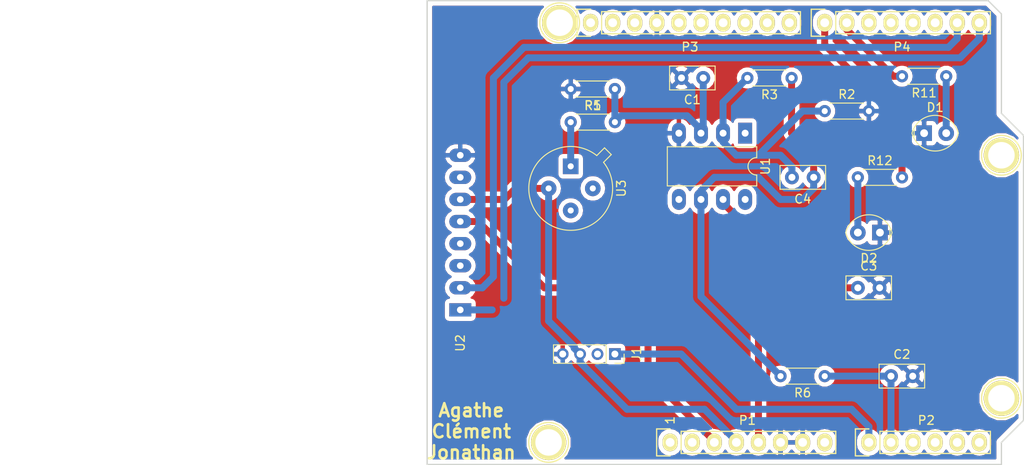
<source format=kicad_pcb>
(kicad_pcb (version 20171130) (host pcbnew "(5.0.1)-3")

  (general
    (thickness 1.6)
    (drawings 28)
    (tracks 83)
    (zones 0)
    (modules 25)
    (nets 48)
  )

  (page A4)
  (title_block
    (date "lun. 30 mars 2015")
  )

  (layers
    (0 F.Cu signal)
    (31 B.Cu signal)
    (32 B.Adhes user)
    (33 F.Adhes user)
    (34 B.Paste user)
    (35 F.Paste user)
    (36 B.SilkS user)
    (37 F.SilkS user)
    (38 B.Mask user)
    (39 F.Mask user)
    (40 Dwgs.User user)
    (41 Cmts.User user)
    (42 Eco1.User user)
    (43 Eco2.User user)
    (44 Edge.Cuts user)
    (45 Margin user)
    (46 B.CrtYd user)
    (47 F.CrtYd user)
    (48 B.Fab user)
    (49 F.Fab user)
  )

  (setup
    (last_trace_width 0.8)
    (trace_clearance 0.4)
    (zone_clearance 0.508)
    (zone_45_only no)
    (trace_min 0.8)
    (segment_width 0.15)
    (edge_width 0.15)
    (via_size 1.6)
    (via_drill 0.8)
    (via_min_size 1.6)
    (via_min_drill 0.3)
    (uvia_size 0.3)
    (uvia_drill 0.1)
    (uvias_allowed no)
    (uvia_min_size 0.2)
    (uvia_min_drill 0.1)
    (pcb_text_width 0.3)
    (pcb_text_size 1.5 1.5)
    (mod_edge_width 0.15)
    (mod_text_size 1 1)
    (mod_text_width 0.15)
    (pad_size 4.064 4.064)
    (pad_drill 3.048)
    (pad_to_mask_clearance 0)
    (solder_mask_min_width 0.25)
    (aux_axis_origin 110.998 126.365)
    (grid_origin 110.998 126.365)
    (visible_elements 7FFFFFFF)
    (pcbplotparams
      (layerselection 0x00030_80000001)
      (usegerberextensions false)
      (usegerberattributes false)
      (usegerberadvancedattributes false)
      (creategerberjobfile false)
      (excludeedgelayer true)
      (linewidth 0.100000)
      (plotframeref false)
      (viasonmask false)
      (mode 1)
      (useauxorigin false)
      (hpglpennumber 1)
      (hpglpenspeed 20)
      (hpglpendiameter 15.000000)
      (psnegative false)
      (psa4output false)
      (plotreference true)
      (plotvalue true)
      (plotinvisibletext false)
      (padsonsilk false)
      (subtractmaskfromsilk false)
      (outputformat 1)
      (mirror false)
      (drillshape 1)
      (scaleselection 1)
      (outputdirectory ""))
  )

  (net 0 "")
  (net 1 /IOREF)
  (net 2 /Reset)
  (net 3 +5V)
  (net 4 GND)
  (net 5 /Vin)
  (net 6 /A0)
  (net 7 /A2)
  (net 8 /A3)
  (net 9 /AREF)
  (net 10 "/A4(SDA)")
  (net 11 "/A5(SCL)")
  (net 12 "/9(**)")
  (net 13 /8)
  (net 14 /7)
  (net 15 "/6(**)")
  (net 16 "/5(**)")
  (net 17 /4)
  (net 18 "/3(**)")
  (net 19 /2)
  (net 20 "/1(Tx)")
  (net 21 "/0(Rx)")
  (net 22 "Net-(P5-Pad1)")
  (net 23 "Net-(P6-Pad1)")
  (net 24 "Net-(P7-Pad1)")
  (net 25 "Net-(P8-Pad1)")
  (net 26 "/13(SCK)")
  (net 27 "/10(**/SS)")
  (net 28 "Net-(P1-Pad1)")
  (net 29 +3V3)
  (net 30 "/12(MISO)")
  (net 31 "/11(**/MOSI)")
  (net 32 "Net-(C1-Pad1)")
  (net 33 Arduino)
  (net 34 "Net-(C4-Pad2)")
  (net 35 "Net-(C4-Pad1)")
  (net 36 "Net-(D1-Pad2)")
  (net 37 "Net-(D2-Pad2)")
  (net 38 "Net-(J1-Pad2)")
  (net 39 /A4)
  (net 40 /A5)
  (net 41 "Net-(R5-Pad1)")
  (net 42 "Net-(U1-Pad1)")
  (net 43 "Net-(U1-Pad5)")
  (net 44 "Net-(U1-Pad8)")
  (net 45 "Net-(U2-Pad3)")
  (net 46 "Net-(U2-Pad4)")
  (net 47 "Net-(U2-Pad7)")

  (net_class Default "This is the default net class."
    (clearance 0.4)
    (trace_width 0.8)
    (via_dia 1.6)
    (via_drill 0.8)
    (uvia_dia 0.3)
    (uvia_drill 0.1)
    (add_net +3V3)
    (add_net +5V)
    (add_net "/0(Rx)")
    (add_net "/1(Tx)")
    (add_net "/10(**/SS)")
    (add_net "/11(**/MOSI)")
    (add_net "/12(MISO)")
    (add_net "/13(SCK)")
    (add_net /2)
    (add_net "/3(**)")
    (add_net /4)
    (add_net "/5(**)")
    (add_net "/6(**)")
    (add_net /7)
    (add_net /8)
    (add_net "/9(**)")
    (add_net /A0)
    (add_net /A2)
    (add_net /A3)
    (add_net /A4)
    (add_net "/A4(SDA)")
    (add_net /A5)
    (add_net "/A5(SCL)")
    (add_net /AREF)
    (add_net /IOREF)
    (add_net /Reset)
    (add_net /Vin)
    (add_net Arduino)
    (add_net GND)
    (add_net "Net-(C1-Pad1)")
    (add_net "Net-(C4-Pad1)")
    (add_net "Net-(C4-Pad2)")
    (add_net "Net-(D1-Pad2)")
    (add_net "Net-(D2-Pad2)")
    (add_net "Net-(J1-Pad2)")
    (add_net "Net-(P1-Pad1)")
    (add_net "Net-(P5-Pad1)")
    (add_net "Net-(P6-Pad1)")
    (add_net "Net-(P7-Pad1)")
    (add_net "Net-(P8-Pad1)")
    (add_net "Net-(R5-Pad1)")
    (add_net "Net-(U1-Pad1)")
    (add_net "Net-(U1-Pad5)")
    (add_net "Net-(U1-Pad8)")
    (add_net "Net-(U2-Pad3)")
    (add_net "Net-(U2-Pad4)")
    (add_net "Net-(U2-Pad7)")
  )

  (module Connector_PinSocket_2.00mm:PinSocket_1x04_P2.00mm_Vertical (layer F.Cu) (tedit 5A19A425) (tstamp 5BF7881D)
    (at 132.588 113.665 270)
    (descr "Through hole straight socket strip, 1x04, 2.00mm pitch, single row (from Kicad 4.0.7), script generated")
    (tags "Through hole socket strip THT 1x04 2.00mm single row")
    (path /5BE75803)
    (fp_text reference J1 (at 0 -2.5 270) (layer F.SilkS)
      (effects (font (size 1 1) (thickness 0.15)))
    )
    (fp_text value Conn_01x04 (at 0 8.5 270) (layer F.Fab)
      (effects (font (size 1 1) (thickness 0.15)))
    )
    (fp_text user %R (at 0 3) (layer F.Fab)
      (effects (font (size 1 1) (thickness 0.15)))
    )
    (fp_line (start -1.5 7.5) (end -1.5 -1.5) (layer F.CrtYd) (width 0.05))
    (fp_line (start 1.5 7.5) (end -1.5 7.5) (layer F.CrtYd) (width 0.05))
    (fp_line (start 1.5 -1.5) (end 1.5 7.5) (layer F.CrtYd) (width 0.05))
    (fp_line (start -1.5 -1.5) (end 1.5 -1.5) (layer F.CrtYd) (width 0.05))
    (fp_line (start 0 -1.06) (end 1.06 -1.06) (layer F.SilkS) (width 0.12))
    (fp_line (start 1.06 -1.06) (end 1.06 0) (layer F.SilkS) (width 0.12))
    (fp_line (start 1.06 1) (end 1.06 7.06) (layer F.SilkS) (width 0.12))
    (fp_line (start -1.06 7.06) (end 1.06 7.06) (layer F.SilkS) (width 0.12))
    (fp_line (start -1.06 1) (end -1.06 7.06) (layer F.SilkS) (width 0.12))
    (fp_line (start -1.06 1) (end 1.06 1) (layer F.SilkS) (width 0.12))
    (fp_line (start -1 7) (end -1 -1) (layer F.Fab) (width 0.1))
    (fp_line (start 1 7) (end -1 7) (layer F.Fab) (width 0.1))
    (fp_line (start 1 -0.5) (end 1 7) (layer F.Fab) (width 0.1))
    (fp_line (start 0.5 -1) (end 1 -0.5) (layer F.Fab) (width 0.1))
    (fp_line (start -1 -1) (end 0.5 -1) (layer F.Fab) (width 0.1))
    (pad 4 thru_hole oval (at 0 6 270) (size 1.35 1.35) (drill 0.8) (layers *.Cu *.Mask)
      (net 4 GND))
    (pad 3 thru_hole oval (at 0 4 270) (size 1.35 1.35) (drill 0.8) (layers *.Cu *.Mask)
      (net 29 +3V3))
    (pad 2 thru_hole oval (at 0 2 270) (size 1.35 1.35) (drill 0.8) (layers *.Cu *.Mask)
      (net 38 "Net-(J1-Pad2)"))
    (pad 1 thru_hole rect (at 0 0 270) (size 1.35 1.35) (drill 0.8) (layers *.Cu *.Mask)
      (net 6 /A0))
    (model ${KISYS3DMOD}/Connector_PinSocket_2.00mm.3dshapes/PinSocket_1x04_P2.00mm_Vertical.wrl
      (at (xyz 0 0 0))
      (scale (xyz 1 1 1))
      (rotate (xyz 0 0 0))
    )
  )

  (module Socket_Arduino_Uno:Socket_Strip_Arduino_1x08 locked (layer F.Cu) (tedit 552168D2) (tstamp 551AF9EA)
    (at 138.938 123.825)
    (descr "Through hole socket strip")
    (tags "socket strip")
    (path /56D70129)
    (fp_text reference P1 (at 8.89 -2.54) (layer F.SilkS)
      (effects (font (size 1 1) (thickness 0.15)))
    )
    (fp_text value Power (at 8.89 -4.064) (layer F.Fab)
      (effects (font (size 1 1) (thickness 0.15)))
    )
    (fp_line (start -1.75 -1.75) (end -1.75 1.75) (layer F.CrtYd) (width 0.05))
    (fp_line (start 19.55 -1.75) (end 19.55 1.75) (layer F.CrtYd) (width 0.05))
    (fp_line (start -1.75 -1.75) (end 19.55 -1.75) (layer F.CrtYd) (width 0.05))
    (fp_line (start -1.75 1.75) (end 19.55 1.75) (layer F.CrtYd) (width 0.05))
    (fp_line (start 1.27 1.27) (end 19.05 1.27) (layer F.SilkS) (width 0.15))
    (fp_line (start 19.05 1.27) (end 19.05 -1.27) (layer F.SilkS) (width 0.15))
    (fp_line (start 19.05 -1.27) (end 1.27 -1.27) (layer F.SilkS) (width 0.15))
    (fp_line (start -1.55 1.55) (end 0 1.55) (layer F.SilkS) (width 0.15))
    (fp_line (start 1.27 1.27) (end 1.27 -1.27) (layer F.SilkS) (width 0.15))
    (fp_line (start 0 -1.55) (end -1.55 -1.55) (layer F.SilkS) (width 0.15))
    (fp_line (start -1.55 -1.55) (end -1.55 1.55) (layer F.SilkS) (width 0.15))
    (pad 1 thru_hole oval (at 0 0) (size 1.7272 2.032) (drill 1.016) (layers *.Cu *.Mask F.SilkS)
      (net 28 "Net-(P1-Pad1)"))
    (pad 2 thru_hole oval (at 2.54 0) (size 1.7272 2.032) (drill 1.016) (layers *.Cu *.Mask F.SilkS)
      (net 1 /IOREF))
    (pad 3 thru_hole oval (at 5.08 0) (size 1.7272 2.032) (drill 1.016) (layers *.Cu *.Mask F.SilkS)
      (net 2 /Reset))
    (pad 4 thru_hole oval (at 7.62 0) (size 1.7272 2.032) (drill 1.016) (layers *.Cu *.Mask F.SilkS)
      (net 29 +3V3))
    (pad 5 thru_hole oval (at 10.16 0) (size 1.7272 2.032) (drill 1.016) (layers *.Cu *.Mask F.SilkS)
      (net 3 +5V))
    (pad 6 thru_hole oval (at 12.7 0) (size 1.7272 2.032) (drill 1.016) (layers *.Cu *.Mask F.SilkS)
      (net 4 GND))
    (pad 7 thru_hole oval (at 15.24 0) (size 1.7272 2.032) (drill 1.016) (layers *.Cu *.Mask F.SilkS)
      (net 4 GND))
    (pad 8 thru_hole oval (at 17.78 0) (size 1.7272 2.032) (drill 1.016) (layers *.Cu *.Mask F.SilkS)
      (net 5 /Vin))
    (model ${KIPRJMOD}/Socket_Arduino_Uno.3dshapes/Socket_header_Arduino_1x08.wrl
      (offset (xyz 8.889999866485596 0 0))
      (scale (xyz 1 1 1))
      (rotate (xyz 0 0 180))
    )
  )

  (module Socket_Arduino_Uno:Socket_Strip_Arduino_1x06 locked (layer F.Cu) (tedit 552168D6) (tstamp 551AF9FF)
    (at 161.798 123.825)
    (descr "Through hole socket strip")
    (tags "socket strip")
    (path /56D70DD8)
    (fp_text reference P2 (at 6.604 -2.54) (layer F.SilkS)
      (effects (font (size 1 1) (thickness 0.15)))
    )
    (fp_text value Analog (at 6.604 -4.064) (layer F.Fab)
      (effects (font (size 1 1) (thickness 0.15)))
    )
    (fp_line (start -1.75 -1.75) (end -1.75 1.75) (layer F.CrtYd) (width 0.05))
    (fp_line (start 14.45 -1.75) (end 14.45 1.75) (layer F.CrtYd) (width 0.05))
    (fp_line (start -1.75 -1.75) (end 14.45 -1.75) (layer F.CrtYd) (width 0.05))
    (fp_line (start -1.75 1.75) (end 14.45 1.75) (layer F.CrtYd) (width 0.05))
    (fp_line (start 1.27 1.27) (end 13.97 1.27) (layer F.SilkS) (width 0.15))
    (fp_line (start 13.97 1.27) (end 13.97 -1.27) (layer F.SilkS) (width 0.15))
    (fp_line (start 13.97 -1.27) (end 1.27 -1.27) (layer F.SilkS) (width 0.15))
    (fp_line (start -1.55 1.55) (end 0 1.55) (layer F.SilkS) (width 0.15))
    (fp_line (start 1.27 1.27) (end 1.27 -1.27) (layer F.SilkS) (width 0.15))
    (fp_line (start 0 -1.55) (end -1.55 -1.55) (layer F.SilkS) (width 0.15))
    (fp_line (start -1.55 -1.55) (end -1.55 1.55) (layer F.SilkS) (width 0.15))
    (pad 1 thru_hole oval (at 0 0) (size 1.7272 2.032) (drill 1.016) (layers *.Cu *.Mask F.SilkS)
      (net 6 /A0))
    (pad 2 thru_hole oval (at 2.54 0) (size 1.7272 2.032) (drill 1.016) (layers *.Cu *.Mask F.SilkS)
      (net 33 Arduino))
    (pad 3 thru_hole oval (at 5.08 0) (size 1.7272 2.032) (drill 1.016) (layers *.Cu *.Mask F.SilkS)
      (net 7 /A2))
    (pad 4 thru_hole oval (at 7.62 0) (size 1.7272 2.032) (drill 1.016) (layers *.Cu *.Mask F.SilkS)
      (net 8 /A3))
    (pad 5 thru_hole oval (at 10.16 0) (size 1.7272 2.032) (drill 1.016) (layers *.Cu *.Mask F.SilkS)
      (net 39 /A4))
    (pad 6 thru_hole oval (at 12.7 0) (size 1.7272 2.032) (drill 1.016) (layers *.Cu *.Mask F.SilkS)
      (net 40 /A5))
    (model ${KIPRJMOD}/Socket_Arduino_Uno.3dshapes/Socket_header_Arduino_1x06.wrl
      (offset (xyz 6.349999904632568 0 0))
      (scale (xyz 1 1 1))
      (rotate (xyz 0 0 180))
    )
  )

  (module Socket_Arduino_Uno:Socket_Strip_Arduino_1x10 locked (layer F.Cu) (tedit 552168BF) (tstamp 551AFA18)
    (at 129.794 75.565)
    (descr "Through hole socket strip")
    (tags "socket strip")
    (path /56D721E0)
    (fp_text reference P3 (at 11.43 2.794) (layer F.SilkS)
      (effects (font (size 1 1) (thickness 0.15)))
    )
    (fp_text value Digital (at 11.43 4.318) (layer F.Fab)
      (effects (font (size 1 1) (thickness 0.15)))
    )
    (fp_line (start -1.75 -1.75) (end -1.75 1.75) (layer F.CrtYd) (width 0.05))
    (fp_line (start 24.65 -1.75) (end 24.65 1.75) (layer F.CrtYd) (width 0.05))
    (fp_line (start -1.75 -1.75) (end 24.65 -1.75) (layer F.CrtYd) (width 0.05))
    (fp_line (start -1.75 1.75) (end 24.65 1.75) (layer F.CrtYd) (width 0.05))
    (fp_line (start 1.27 1.27) (end 24.13 1.27) (layer F.SilkS) (width 0.15))
    (fp_line (start 24.13 1.27) (end 24.13 -1.27) (layer F.SilkS) (width 0.15))
    (fp_line (start 24.13 -1.27) (end 1.27 -1.27) (layer F.SilkS) (width 0.15))
    (fp_line (start -1.55 1.55) (end 0 1.55) (layer F.SilkS) (width 0.15))
    (fp_line (start 1.27 1.27) (end 1.27 -1.27) (layer F.SilkS) (width 0.15))
    (fp_line (start 0 -1.55) (end -1.55 -1.55) (layer F.SilkS) (width 0.15))
    (fp_line (start -1.55 -1.55) (end -1.55 1.55) (layer F.SilkS) (width 0.15))
    (pad 1 thru_hole oval (at 0 0) (size 1.7272 2.032) (drill 1.016) (layers *.Cu *.Mask F.SilkS)
      (net 11 "/A5(SCL)"))
    (pad 2 thru_hole oval (at 2.54 0) (size 1.7272 2.032) (drill 1.016) (layers *.Cu *.Mask F.SilkS)
      (net 10 "/A4(SDA)"))
    (pad 3 thru_hole oval (at 5.08 0) (size 1.7272 2.032) (drill 1.016) (layers *.Cu *.Mask F.SilkS)
      (net 9 /AREF))
    (pad 4 thru_hole oval (at 7.62 0) (size 1.7272 2.032) (drill 1.016) (layers *.Cu *.Mask F.SilkS)
      (net 4 GND))
    (pad 5 thru_hole oval (at 10.16 0) (size 1.7272 2.032) (drill 1.016) (layers *.Cu *.Mask F.SilkS)
      (net 26 "/13(SCK)"))
    (pad 6 thru_hole oval (at 12.7 0) (size 1.7272 2.032) (drill 1.016) (layers *.Cu *.Mask F.SilkS)
      (net 30 "/12(MISO)"))
    (pad 7 thru_hole oval (at 15.24 0) (size 1.7272 2.032) (drill 1.016) (layers *.Cu *.Mask F.SilkS)
      (net 31 "/11(**/MOSI)"))
    (pad 8 thru_hole oval (at 17.78 0) (size 1.7272 2.032) (drill 1.016) (layers *.Cu *.Mask F.SilkS)
      (net 27 "/10(**/SS)"))
    (pad 9 thru_hole oval (at 20.32 0) (size 1.7272 2.032) (drill 1.016) (layers *.Cu *.Mask F.SilkS)
      (net 12 "/9(**)"))
    (pad 10 thru_hole oval (at 22.86 0) (size 1.7272 2.032) (drill 1.016) (layers *.Cu *.Mask F.SilkS)
      (net 13 /8))
    (model ${KIPRJMOD}/Socket_Arduino_Uno.3dshapes/Socket_header_Arduino_1x10.wrl
      (offset (xyz 11.42999982833862 0 0))
      (scale (xyz 1 1 1))
      (rotate (xyz 0 0 180))
    )
  )

  (module Socket_Arduino_Uno:Socket_Strip_Arduino_1x08 locked (layer F.Cu) (tedit 552168C7) (tstamp 551AFA2F)
    (at 156.718 75.565)
    (descr "Through hole socket strip")
    (tags "socket strip")
    (path /56D7164F)
    (fp_text reference P4 (at 8.89 2.794) (layer F.SilkS)
      (effects (font (size 1 1) (thickness 0.15)))
    )
    (fp_text value Digital (at 8.89 4.318) (layer F.Fab)
      (effects (font (size 1 1) (thickness 0.15)))
    )
    (fp_line (start -1.75 -1.75) (end -1.75 1.75) (layer F.CrtYd) (width 0.05))
    (fp_line (start 19.55 -1.75) (end 19.55 1.75) (layer F.CrtYd) (width 0.05))
    (fp_line (start -1.75 -1.75) (end 19.55 -1.75) (layer F.CrtYd) (width 0.05))
    (fp_line (start -1.75 1.75) (end 19.55 1.75) (layer F.CrtYd) (width 0.05))
    (fp_line (start 1.27 1.27) (end 19.05 1.27) (layer F.SilkS) (width 0.15))
    (fp_line (start 19.05 1.27) (end 19.05 -1.27) (layer F.SilkS) (width 0.15))
    (fp_line (start 19.05 -1.27) (end 1.27 -1.27) (layer F.SilkS) (width 0.15))
    (fp_line (start -1.55 1.55) (end 0 1.55) (layer F.SilkS) (width 0.15))
    (fp_line (start 1.27 1.27) (end 1.27 -1.27) (layer F.SilkS) (width 0.15))
    (fp_line (start 0 -1.55) (end -1.55 -1.55) (layer F.SilkS) (width 0.15))
    (fp_line (start -1.55 -1.55) (end -1.55 1.55) (layer F.SilkS) (width 0.15))
    (pad 1 thru_hole oval (at 0 0) (size 1.7272 2.032) (drill 1.016) (layers *.Cu *.Mask F.SilkS)
      (net 14 /7))
    (pad 2 thru_hole oval (at 2.54 0) (size 1.7272 2.032) (drill 1.016) (layers *.Cu *.Mask F.SilkS)
      (net 15 "/6(**)"))
    (pad 3 thru_hole oval (at 5.08 0) (size 1.7272 2.032) (drill 1.016) (layers *.Cu *.Mask F.SilkS)
      (net 16 "/5(**)"))
    (pad 4 thru_hole oval (at 7.62 0) (size 1.7272 2.032) (drill 1.016) (layers *.Cu *.Mask F.SilkS)
      (net 17 /4))
    (pad 5 thru_hole oval (at 10.16 0) (size 1.7272 2.032) (drill 1.016) (layers *.Cu *.Mask F.SilkS)
      (net 18 "/3(**)"))
    (pad 6 thru_hole oval (at 12.7 0) (size 1.7272 2.032) (drill 1.016) (layers *.Cu *.Mask F.SilkS)
      (net 19 /2))
    (pad 7 thru_hole oval (at 15.24 0) (size 1.7272 2.032) (drill 1.016) (layers *.Cu *.Mask F.SilkS)
      (net 20 "/1(Tx)"))
    (pad 8 thru_hole oval (at 17.78 0) (size 1.7272 2.032) (drill 1.016) (layers *.Cu *.Mask F.SilkS)
      (net 21 "/0(Rx)"))
    (model ${KIPRJMOD}/Socket_Arduino_Uno.3dshapes/Socket_header_Arduino_1x08.wrl
      (offset (xyz 8.889999866485596 0 0))
      (scale (xyz 1 1 1))
      (rotate (xyz 0 0 180))
    )
  )

  (module Socket_Arduino_Uno:Arduino_1pin locked (layer F.Cu) (tedit 5524FC39) (tstamp 5524FC3F)
    (at 124.968 123.825)
    (descr "module 1 pin (ou trou mecanique de percage)")
    (tags DEV)
    (path /56D71177)
    (fp_text reference P5 (at 0 -3.048) (layer F.SilkS) hide
      (effects (font (size 1 1) (thickness 0.15)))
    )
    (fp_text value CONN_01X01 (at 0 2.794) (layer F.Fab) hide
      (effects (font (size 1 1) (thickness 0.15)))
    )
    (fp_circle (center 0 0) (end 0 -2.286) (layer F.SilkS) (width 0.15))
    (pad 1 thru_hole circle (at 0 0) (size 4.064 4.064) (drill 3.048) (layers *.Cu *.Mask F.SilkS)
      (net 22 "Net-(P5-Pad1)"))
  )

  (module Socket_Arduino_Uno:Arduino_1pin locked (layer F.Cu) (tedit 5524FC4A) (tstamp 5524FC44)
    (at 177.038 118.745)
    (descr "module 1 pin (ou trou mecanique de percage)")
    (tags DEV)
    (path /56D71274)
    (fp_text reference P6 (at 0 -3.048) (layer F.SilkS) hide
      (effects (font (size 1 1) (thickness 0.15)))
    )
    (fp_text value CONN_01X01 (at 0 2.794) (layer F.Fab) hide
      (effects (font (size 1 1) (thickness 0.15)))
    )
    (fp_circle (center 0 0) (end 0 -2.286) (layer F.SilkS) (width 0.15))
    (pad 1 thru_hole circle (at 0 0) (size 4.064 4.064) (drill 3.048) (layers *.Cu *.Mask F.SilkS)
      (net 23 "Net-(P6-Pad1)"))
  )

  (module Socket_Arduino_Uno:Arduino_1pin locked (layer F.Cu) (tedit 5524FC2F) (tstamp 5524FC49)
    (at 126.238 75.565)
    (descr "module 1 pin (ou trou mecanique de percage)")
    (tags DEV)
    (path /56D712A8)
    (fp_text reference P7 (at 0 -3.048) (layer F.SilkS) hide
      (effects (font (size 1 1) (thickness 0.15)))
    )
    (fp_text value CONN_01X01 (at 0 2.794) (layer F.Fab) hide
      (effects (font (size 1 1) (thickness 0.15)))
    )
    (fp_circle (center 0 0) (end 0 -2.286) (layer F.SilkS) (width 0.15))
    (pad 1 thru_hole circle (at 0 0) (size 4.064 4.064) (drill 3.048) (layers *.Cu *.Mask F.SilkS)
      (net 24 "Net-(P7-Pad1)"))
  )

  (module Socket_Arduino_Uno:Arduino_1pin locked (layer F.Cu) (tedit 5524FC41) (tstamp 5524FC4E)
    (at 177.038 90.805)
    (descr "module 1 pin (ou trou mecanique de percage)")
    (tags DEV)
    (path /56D712DB)
    (fp_text reference P8 (at 0 -3.048) (layer F.SilkS) hide
      (effects (font (size 1 1) (thickness 0.15)))
    )
    (fp_text value CONN_01X01 (at 0 2.794) (layer F.Fab) hide
      (effects (font (size 1 1) (thickness 0.15)))
    )
    (fp_circle (center 0 0) (end 0 -2.286) (layer F.SilkS) (width 0.15))
    (pad 1 thru_hole circle (at 0 0) (size 4.064 4.064) (drill 3.048) (layers *.Cu *.Mask F.SilkS)
      (net 25 "Net-(P8-Pad1)"))
  )

  (module Capacitor_THT:C_Disc_D5.0mm_W2.5mm_P2.50mm (layer F.Cu) (tedit 5AE50EF0) (tstamp 5BF787A5)
    (at 142.748 81.915 180)
    (descr "C, Disc series, Radial, pin pitch=2.50mm, , diameter*width=5*2.5mm^2, Capacitor, http://cdn-reichelt.de/documents/datenblatt/B300/DS_KERKO_TC.pdf")
    (tags "C Disc series Radial pin pitch 2.50mm  diameter 5mm width 2.5mm Capacitor")
    (path /5BEE25EE)
    (fp_text reference C1 (at 1.25 -2.5 180) (layer F.SilkS)
      (effects (font (size 1 1) (thickness 0.15)))
    )
    (fp_text value 100n (at 1.25 2.5 180) (layer F.Fab)
      (effects (font (size 1 1) (thickness 0.15)))
    )
    (fp_line (start -1.25 -1.25) (end -1.25 1.25) (layer F.Fab) (width 0.1))
    (fp_line (start -1.25 1.25) (end 3.75 1.25) (layer F.Fab) (width 0.1))
    (fp_line (start 3.75 1.25) (end 3.75 -1.25) (layer F.Fab) (width 0.1))
    (fp_line (start 3.75 -1.25) (end -1.25 -1.25) (layer F.Fab) (width 0.1))
    (fp_line (start -1.37 -1.37) (end 3.87 -1.37) (layer F.SilkS) (width 0.12))
    (fp_line (start -1.37 1.37) (end 3.87 1.37) (layer F.SilkS) (width 0.12))
    (fp_line (start -1.37 -1.37) (end -1.37 1.37) (layer F.SilkS) (width 0.12))
    (fp_line (start 3.87 -1.37) (end 3.87 1.37) (layer F.SilkS) (width 0.12))
    (fp_line (start -1.5 -1.5) (end -1.5 1.5) (layer F.CrtYd) (width 0.05))
    (fp_line (start -1.5 1.5) (end 4 1.5) (layer F.CrtYd) (width 0.05))
    (fp_line (start 4 1.5) (end 4 -1.5) (layer F.CrtYd) (width 0.05))
    (fp_line (start 4 -1.5) (end -1.5 -1.5) (layer F.CrtYd) (width 0.05))
    (fp_text user %R (at 1.25 0 180) (layer F.Fab)
      (effects (font (size 1 1) (thickness 0.15)))
    )
    (pad 1 thru_hole circle (at 0 0 180) (size 1.6 1.6) (drill 0.8) (layers *.Cu *.Mask)
      (net 32 "Net-(C1-Pad1)"))
    (pad 2 thru_hole circle (at 2.5 0 180) (size 1.6 1.6) (drill 0.8) (layers *.Cu *.Mask)
      (net 4 GND))
    (model ${KISYS3DMOD}/Capacitor_THT.3dshapes/C_Disc_D5.0mm_W2.5mm_P2.50mm.wrl
      (at (xyz 0 0 0))
      (scale (xyz 1 1 1))
      (rotate (xyz 0 0 0))
    )
  )

  (module Capacitor_THT:C_Disc_D5.0mm_W2.5mm_P2.50mm (layer F.Cu) (tedit 5AE50EF0) (tstamp 5BF787B8)
    (at 164.338 116.205)
    (descr "C, Disc series, Radial, pin pitch=2.50mm, , diameter*width=5*2.5mm^2, Capacitor, http://cdn-reichelt.de/documents/datenblatt/B300/DS_KERKO_TC.pdf")
    (tags "C Disc series Radial pin pitch 2.50mm  diameter 5mm width 2.5mm Capacitor")
    (path /5BEE58F3)
    (fp_text reference C2 (at 1.25 -2.5) (layer F.SilkS)
      (effects (font (size 1 1) (thickness 0.15)))
    )
    (fp_text value 100n (at 1.25 2.5) (layer F.Fab)
      (effects (font (size 1 1) (thickness 0.15)))
    )
    (fp_line (start -1.25 -1.25) (end -1.25 1.25) (layer F.Fab) (width 0.1))
    (fp_line (start -1.25 1.25) (end 3.75 1.25) (layer F.Fab) (width 0.1))
    (fp_line (start 3.75 1.25) (end 3.75 -1.25) (layer F.Fab) (width 0.1))
    (fp_line (start 3.75 -1.25) (end -1.25 -1.25) (layer F.Fab) (width 0.1))
    (fp_line (start -1.37 -1.37) (end 3.87 -1.37) (layer F.SilkS) (width 0.12))
    (fp_line (start -1.37 1.37) (end 3.87 1.37) (layer F.SilkS) (width 0.12))
    (fp_line (start -1.37 -1.37) (end -1.37 1.37) (layer F.SilkS) (width 0.12))
    (fp_line (start 3.87 -1.37) (end 3.87 1.37) (layer F.SilkS) (width 0.12))
    (fp_line (start -1.5 -1.5) (end -1.5 1.5) (layer F.CrtYd) (width 0.05))
    (fp_line (start -1.5 1.5) (end 4 1.5) (layer F.CrtYd) (width 0.05))
    (fp_line (start 4 1.5) (end 4 -1.5) (layer F.CrtYd) (width 0.05))
    (fp_line (start 4 -1.5) (end -1.5 -1.5) (layer F.CrtYd) (width 0.05))
    (fp_text user %R (at 1.25 0) (layer F.Fab)
      (effects (font (size 1 1) (thickness 0.15)))
    )
    (pad 1 thru_hole circle (at 0 0) (size 1.6 1.6) (drill 0.8) (layers *.Cu *.Mask)
      (net 33 Arduino))
    (pad 2 thru_hole circle (at 2.5 0) (size 1.6 1.6) (drill 0.8) (layers *.Cu *.Mask)
      (net 4 GND))
    (model ${KISYS3DMOD}/Capacitor_THT.3dshapes/C_Disc_D5.0mm_W2.5mm_P2.50mm.wrl
      (at (xyz 0 0 0))
      (scale (xyz 1 1 1))
      (rotate (xyz 0 0 0))
    )
  )

  (module Capacitor_THT:C_Disc_D5.0mm_W2.5mm_P2.50mm (layer F.Cu) (tedit 5AE50EF0) (tstamp 5BF787CB)
    (at 160.528 106.045)
    (descr "C, Disc series, Radial, pin pitch=2.50mm, , diameter*width=5*2.5mm^2, Capacitor, http://cdn-reichelt.de/documents/datenblatt/B300/DS_KERKO_TC.pdf")
    (tags "C Disc series Radial pin pitch 2.50mm  diameter 5mm width 2.5mm Capacitor")
    (path /5BEE2515)
    (fp_text reference C3 (at 1.25 -2.5) (layer F.SilkS)
      (effects (font (size 1 1) (thickness 0.15)))
    )
    (fp_text value 100n (at 1.25 2.5) (layer F.Fab)
      (effects (font (size 1 1) (thickness 0.15)))
    )
    (fp_text user %R (at 1.25 0) (layer F.Fab)
      (effects (font (size 1 1) (thickness 0.15)))
    )
    (fp_line (start 4 -1.5) (end -1.5 -1.5) (layer F.CrtYd) (width 0.05))
    (fp_line (start 4 1.5) (end 4 -1.5) (layer F.CrtYd) (width 0.05))
    (fp_line (start -1.5 1.5) (end 4 1.5) (layer F.CrtYd) (width 0.05))
    (fp_line (start -1.5 -1.5) (end -1.5 1.5) (layer F.CrtYd) (width 0.05))
    (fp_line (start 3.87 -1.37) (end 3.87 1.37) (layer F.SilkS) (width 0.12))
    (fp_line (start -1.37 -1.37) (end -1.37 1.37) (layer F.SilkS) (width 0.12))
    (fp_line (start -1.37 1.37) (end 3.87 1.37) (layer F.SilkS) (width 0.12))
    (fp_line (start -1.37 -1.37) (end 3.87 -1.37) (layer F.SilkS) (width 0.12))
    (fp_line (start 3.75 -1.25) (end -1.25 -1.25) (layer F.Fab) (width 0.1))
    (fp_line (start 3.75 1.25) (end 3.75 -1.25) (layer F.Fab) (width 0.1))
    (fp_line (start -1.25 1.25) (end 3.75 1.25) (layer F.Fab) (width 0.1))
    (fp_line (start -1.25 -1.25) (end -1.25 1.25) (layer F.Fab) (width 0.1))
    (pad 2 thru_hole circle (at 2.5 0) (size 1.6 1.6) (drill 0.8) (layers *.Cu *.Mask)
      (net 4 GND))
    (pad 1 thru_hole circle (at 0 0) (size 1.6 1.6) (drill 0.8) (layers *.Cu *.Mask)
      (net 3 +5V))
    (model ${KISYS3DMOD}/Capacitor_THT.3dshapes/C_Disc_D5.0mm_W2.5mm_P2.50mm.wrl
      (at (xyz 0 0 0))
      (scale (xyz 1 1 1))
      (rotate (xyz 0 0 0))
    )
  )

  (module Capacitor_THT:C_Disc_D5.0mm_W2.5mm_P2.50mm (layer F.Cu) (tedit 5AE50EF0) (tstamp 5BF787DE)
    (at 155.448 93.345 180)
    (descr "C, Disc series, Radial, pin pitch=2.50mm, , diameter*width=5*2.5mm^2, Capacitor, http://cdn-reichelt.de/documents/datenblatt/B300/DS_KERKO_TC.pdf")
    (tags "C Disc series Radial pin pitch 2.50mm  diameter 5mm width 2.5mm Capacitor")
    (path /5BEE3F75)
    (fp_text reference C4 (at 1.25 -2.5 180) (layer F.SilkS)
      (effects (font (size 1 1) (thickness 0.15)))
    )
    (fp_text value 1u (at 1.25 2.5 180) (layer F.Fab)
      (effects (font (size 1 1) (thickness 0.15)))
    )
    (fp_text user %R (at 1.25 0 180) (layer F.Fab)
      (effects (font (size 1 1) (thickness 0.15)))
    )
    (fp_line (start 4 -1.5) (end -1.5 -1.5) (layer F.CrtYd) (width 0.05))
    (fp_line (start 4 1.5) (end 4 -1.5) (layer F.CrtYd) (width 0.05))
    (fp_line (start -1.5 1.5) (end 4 1.5) (layer F.CrtYd) (width 0.05))
    (fp_line (start -1.5 -1.5) (end -1.5 1.5) (layer F.CrtYd) (width 0.05))
    (fp_line (start 3.87 -1.37) (end 3.87 1.37) (layer F.SilkS) (width 0.12))
    (fp_line (start -1.37 -1.37) (end -1.37 1.37) (layer F.SilkS) (width 0.12))
    (fp_line (start -1.37 1.37) (end 3.87 1.37) (layer F.SilkS) (width 0.12))
    (fp_line (start -1.37 -1.37) (end 3.87 -1.37) (layer F.SilkS) (width 0.12))
    (fp_line (start 3.75 -1.25) (end -1.25 -1.25) (layer F.Fab) (width 0.1))
    (fp_line (start 3.75 1.25) (end 3.75 -1.25) (layer F.Fab) (width 0.1))
    (fp_line (start -1.25 1.25) (end 3.75 1.25) (layer F.Fab) (width 0.1))
    (fp_line (start -1.25 -1.25) (end -1.25 1.25) (layer F.Fab) (width 0.1))
    (pad 2 thru_hole circle (at 2.5 0 180) (size 1.6 1.6) (drill 0.8) (layers *.Cu *.Mask)
      (net 34 "Net-(C4-Pad2)"))
    (pad 1 thru_hole circle (at 0 0 180) (size 1.6 1.6) (drill 0.8) (layers *.Cu *.Mask)
      (net 35 "Net-(C4-Pad1)"))
    (model ${KISYS3DMOD}/Capacitor_THT.3dshapes/C_Disc_D5.0mm_W2.5mm_P2.50mm.wrl
      (at (xyz 0 0 0))
      (scale (xyz 1 1 1))
      (rotate (xyz 0 0 0))
    )
  )

  (module LED_THT:LED_Oval_W5.2mm_H3.8mm (layer F.Cu) (tedit 587A3A7B) (tstamp 5BF787ED)
    (at 168.148 88.265)
    (descr "LED_Oval, Oval,  Oval size 5.2x3.8mm^2, 2 pins, http://www.kingbright.com/attachments/file/psearch/000/00/00/L-5603QBC-D(Ver.12B).pdf")
    (tags "LED_Oval Oval  Oval size 5.2x3.8mm^2 2 pins")
    (path /5BE873D0)
    (fp_text reference D1 (at 1.27 -2.96) (layer F.SilkS)
      (effects (font (size 1 1) (thickness 0.15)))
    )
    (fp_text value YELLOW (at 1.27 2.96) (layer F.Fab)
      (effects (font (size 1 1) (thickness 0.15)))
    )
    (fp_arc (start 1.27 0.7) (end -1.33 0) (angle 149.9) (layer F.Fab) (width 0.1))
    (fp_arc (start 1.27 -0.7) (end -1.33 0) (angle -149.9) (layer F.Fab) (width 0.1))
    (fp_arc (start 1.27 0.7) (end -1.39 0) (angle 150.5) (layer F.SilkS) (width 0.12))
    (fp_arc (start 1.27 -0.7) (end -1.39 0) (angle -150.5) (layer F.SilkS) (width 0.12))
    (fp_line (start -1.15 -0.405) (end -1.15 0.405) (layer F.SilkS) (width 0.12))
    (fp_line (start -1.65 -2.25) (end -1.65 2.25) (layer F.CrtYd) (width 0.05))
    (fp_line (start -1.65 2.25) (end 4.2 2.25) (layer F.CrtYd) (width 0.05))
    (fp_line (start 4.2 2.25) (end 4.2 -2.25) (layer F.CrtYd) (width 0.05))
    (fp_line (start 4.2 -2.25) (end -1.65 -2.25) (layer F.CrtYd) (width 0.05))
    (pad 1 thru_hole rect (at 0 0) (size 1.8 1.8) (drill 0.9) (layers *.Cu *.Mask)
      (net 4 GND))
    (pad 2 thru_hole circle (at 2.54 0) (size 1.8 1.8) (drill 0.9) (layers *.Cu *.Mask)
      (net 36 "Net-(D1-Pad2)"))
    (model ${KISYS3DMOD}/LED_THT.3dshapes/LED_Oval_W5.2mm_H3.8mm.wrl
      (at (xyz 0 0 0))
      (scale (xyz 1 1 1))
      (rotate (xyz 0 0 0))
    )
  )

  (module LED_THT:LED_Oval_W5.2mm_H3.8mm (layer F.Cu) (tedit 587A3A7B) (tstamp 5BF787FC)
    (at 163.068 99.695 180)
    (descr "LED_Oval, Oval,  Oval size 5.2x3.8mm^2, 2 pins, http://www.kingbright.com/attachments/file/psearch/000/00/00/L-5603QBC-D(Ver.12B).pdf")
    (tags "LED_Oval Oval  Oval size 5.2x3.8mm^2 2 pins")
    (path /5BE87489)
    (fp_text reference D2 (at 1.27 -2.96 180) (layer F.SilkS)
      (effects (font (size 1 1) (thickness 0.15)))
    )
    (fp_text value RED (at 1.27 2.96 180) (layer F.Fab)
      (effects (font (size 1 1) (thickness 0.15)))
    )
    (fp_line (start 4.2 -2.25) (end -1.65 -2.25) (layer F.CrtYd) (width 0.05))
    (fp_line (start 4.2 2.25) (end 4.2 -2.25) (layer F.CrtYd) (width 0.05))
    (fp_line (start -1.65 2.25) (end 4.2 2.25) (layer F.CrtYd) (width 0.05))
    (fp_line (start -1.65 -2.25) (end -1.65 2.25) (layer F.CrtYd) (width 0.05))
    (fp_line (start -1.15 -0.405) (end -1.15 0.405) (layer F.SilkS) (width 0.12))
    (fp_arc (start 1.27 -0.7) (end -1.39 0) (angle -150.5) (layer F.SilkS) (width 0.12))
    (fp_arc (start 1.27 0.7) (end -1.39 0) (angle 150.5) (layer F.SilkS) (width 0.12))
    (fp_arc (start 1.27 -0.7) (end -1.33 0) (angle -149.9) (layer F.Fab) (width 0.1))
    (fp_arc (start 1.27 0.7) (end -1.33 0) (angle 149.9) (layer F.Fab) (width 0.1))
    (pad 2 thru_hole circle (at 2.54 0 180) (size 1.8 1.8) (drill 0.9) (layers *.Cu *.Mask)
      (net 37 "Net-(D2-Pad2)"))
    (pad 1 thru_hole rect (at 0 0 180) (size 1.8 1.8) (drill 0.9) (layers *.Cu *.Mask)
      (net 4 GND))
    (model ${KISYS3DMOD}/LED_THT.3dshapes/LED_Oval_W5.2mm_H3.8mm.wrl
      (at (xyz 0 0 0))
      (scale (xyz 1 1 1))
      (rotate (xyz 0 0 0))
    )
  )

  (module Resistor_THT:R_Axial_DIN0204_L3.6mm_D1.6mm_P5.08mm_Horizontal (layer F.Cu) (tedit 5AE5139B) (tstamp 5BF78830)
    (at 132.588 83.185 180)
    (descr "Resistor, Axial_DIN0204 series, Axial, Horizontal, pin pitch=5.08mm, 0.167W, length*diameter=3.6*1.6mm^2, http://cdn-reichelt.de/documents/datenblatt/B400/1_4W%23YAG.pdf")
    (tags "Resistor Axial_DIN0204 series Axial Horizontal pin pitch 5.08mm 0.167W length 3.6mm diameter 1.6mm")
    (path /5BEE8CDC)
    (fp_text reference R1 (at 2.54 -1.92 180) (layer F.SilkS)
      (effects (font (size 1 1) (thickness 0.15)))
    )
    (fp_text value 100k (at 2.54 1.92 180) (layer F.Fab)
      (effects (font (size 1 1) (thickness 0.15)))
    )
    (fp_text user %R (at 2.54 0 180) (layer F.Fab)
      (effects (font (size 0.72 0.72) (thickness 0.108)))
    )
    (fp_line (start 6.03 -1.05) (end -0.95 -1.05) (layer F.CrtYd) (width 0.05))
    (fp_line (start 6.03 1.05) (end 6.03 -1.05) (layer F.CrtYd) (width 0.05))
    (fp_line (start -0.95 1.05) (end 6.03 1.05) (layer F.CrtYd) (width 0.05))
    (fp_line (start -0.95 -1.05) (end -0.95 1.05) (layer F.CrtYd) (width 0.05))
    (fp_line (start 0.62 0.92) (end 4.46 0.92) (layer F.SilkS) (width 0.12))
    (fp_line (start 0.62 -0.92) (end 4.46 -0.92) (layer F.SilkS) (width 0.12))
    (fp_line (start 5.08 0) (end 4.34 0) (layer F.Fab) (width 0.1))
    (fp_line (start 0 0) (end 0.74 0) (layer F.Fab) (width 0.1))
    (fp_line (start 4.34 -0.8) (end 0.74 -0.8) (layer F.Fab) (width 0.1))
    (fp_line (start 4.34 0.8) (end 4.34 -0.8) (layer F.Fab) (width 0.1))
    (fp_line (start 0.74 0.8) (end 4.34 0.8) (layer F.Fab) (width 0.1))
    (fp_line (start 0.74 -0.8) (end 0.74 0.8) (layer F.Fab) (width 0.1))
    (pad 2 thru_hole oval (at 5.08 0 180) (size 1.4 1.4) (drill 0.7) (layers *.Cu *.Mask)
      (net 4 GND))
    (pad 1 thru_hole circle (at 0 0 180) (size 1.4 1.4) (drill 0.7) (layers *.Cu *.Mask)
      (net 32 "Net-(C1-Pad1)"))
    (model ${KISYS3DMOD}/Resistor_THT.3dshapes/R_Axial_DIN0204_L3.6mm_D1.6mm_P5.08mm_Horizontal.wrl
      (at (xyz 0 0 0))
      (scale (xyz 1 1 1))
      (rotate (xyz 0 0 0))
    )
  )

  (module Resistor_THT:R_Axial_DIN0204_L3.6mm_D1.6mm_P5.08mm_Horizontal (layer F.Cu) (tedit 5AE5139B) (tstamp 5BF78843)
    (at 156.718 85.725)
    (descr "Resistor, Axial_DIN0204 series, Axial, Horizontal, pin pitch=5.08mm, 0.167W, length*diameter=3.6*1.6mm^2, http://cdn-reichelt.de/documents/datenblatt/B400/1_4W%23YAG.pdf")
    (tags "Resistor Axial_DIN0204 series Axial Horizontal pin pitch 5.08mm 0.167W length 3.6mm diameter 1.6mm")
    (path /5BEE727D)
    (fp_text reference R2 (at 2.54 -1.92) (layer F.SilkS)
      (effects (font (size 1 1) (thickness 0.15)))
    )
    (fp_text value 1k (at 2.54 1.92) (layer F.Fab)
      (effects (font (size 1 1) (thickness 0.15)))
    )
    (fp_text user %R (at 2.54 0) (layer F.Fab)
      (effects (font (size 0.72 0.72) (thickness 0.108)))
    )
    (fp_line (start 6.03 -1.05) (end -0.95 -1.05) (layer F.CrtYd) (width 0.05))
    (fp_line (start 6.03 1.05) (end 6.03 -1.05) (layer F.CrtYd) (width 0.05))
    (fp_line (start -0.95 1.05) (end 6.03 1.05) (layer F.CrtYd) (width 0.05))
    (fp_line (start -0.95 -1.05) (end -0.95 1.05) (layer F.CrtYd) (width 0.05))
    (fp_line (start 0.62 0.92) (end 4.46 0.92) (layer F.SilkS) (width 0.12))
    (fp_line (start 0.62 -0.92) (end 4.46 -0.92) (layer F.SilkS) (width 0.12))
    (fp_line (start 5.08 0) (end 4.34 0) (layer F.Fab) (width 0.1))
    (fp_line (start 0 0) (end 0.74 0) (layer F.Fab) (width 0.1))
    (fp_line (start 4.34 -0.8) (end 0.74 -0.8) (layer F.Fab) (width 0.1))
    (fp_line (start 4.34 0.8) (end 4.34 -0.8) (layer F.Fab) (width 0.1))
    (fp_line (start 0.74 0.8) (end 4.34 0.8) (layer F.Fab) (width 0.1))
    (fp_line (start 0.74 -0.8) (end 0.74 0.8) (layer F.Fab) (width 0.1))
    (pad 2 thru_hole oval (at 5.08 0) (size 1.4 1.4) (drill 0.7) (layers *.Cu *.Mask)
      (net 4 GND))
    (pad 1 thru_hole circle (at 0 0) (size 1.4 1.4) (drill 0.7) (layers *.Cu *.Mask)
      (net 34 "Net-(C4-Pad2)"))
    (model ${KISYS3DMOD}/Resistor_THT.3dshapes/R_Axial_DIN0204_L3.6mm_D1.6mm_P5.08mm_Horizontal.wrl
      (at (xyz 0 0 0))
      (scale (xyz 1 1 1))
      (rotate (xyz 0 0 0))
    )
  )

  (module Resistor_THT:R_Axial_DIN0204_L3.6mm_D1.6mm_P5.08mm_Horizontal (layer F.Cu) (tedit 5AE5139B) (tstamp 5BF78856)
    (at 152.908 81.915 180)
    (descr "Resistor, Axial_DIN0204 series, Axial, Horizontal, pin pitch=5.08mm, 0.167W, length*diameter=3.6*1.6mm^2, http://cdn-reichelt.de/documents/datenblatt/B400/1_4W%23YAG.pdf")
    (tags "Resistor Axial_DIN0204 series Axial Horizontal pin pitch 5.08mm 0.167W length 3.6mm diameter 1.6mm")
    (path /5BEE7365)
    (fp_text reference R3 (at 2.54 -1.92 180) (layer F.SilkS)
      (effects (font (size 1 1) (thickness 0.15)))
    )
    (fp_text value 100k (at 2.54 1.92 180) (layer F.Fab)
      (effects (font (size 1 1) (thickness 0.15)))
    )
    (fp_line (start 0.74 -0.8) (end 0.74 0.8) (layer F.Fab) (width 0.1))
    (fp_line (start 0.74 0.8) (end 4.34 0.8) (layer F.Fab) (width 0.1))
    (fp_line (start 4.34 0.8) (end 4.34 -0.8) (layer F.Fab) (width 0.1))
    (fp_line (start 4.34 -0.8) (end 0.74 -0.8) (layer F.Fab) (width 0.1))
    (fp_line (start 0 0) (end 0.74 0) (layer F.Fab) (width 0.1))
    (fp_line (start 5.08 0) (end 4.34 0) (layer F.Fab) (width 0.1))
    (fp_line (start 0.62 -0.92) (end 4.46 -0.92) (layer F.SilkS) (width 0.12))
    (fp_line (start 0.62 0.92) (end 4.46 0.92) (layer F.SilkS) (width 0.12))
    (fp_line (start -0.95 -1.05) (end -0.95 1.05) (layer F.CrtYd) (width 0.05))
    (fp_line (start -0.95 1.05) (end 6.03 1.05) (layer F.CrtYd) (width 0.05))
    (fp_line (start 6.03 1.05) (end 6.03 -1.05) (layer F.CrtYd) (width 0.05))
    (fp_line (start 6.03 -1.05) (end -0.95 -1.05) (layer F.CrtYd) (width 0.05))
    (fp_text user %R (at 2.54 0 180) (layer F.Fab)
      (effects (font (size 0.72 0.72) (thickness 0.108)))
    )
    (pad 1 thru_hole circle (at 0 0 180) (size 1.4 1.4) (drill 0.7) (layers *.Cu *.Mask)
      (net 35 "Net-(C4-Pad1)"))
    (pad 2 thru_hole oval (at 5.08 0 180) (size 1.4 1.4) (drill 0.7) (layers *.Cu *.Mask)
      (net 34 "Net-(C4-Pad2)"))
    (model ${KISYS3DMOD}/Resistor_THT.3dshapes/R_Axial_DIN0204_L3.6mm_D1.6mm_P5.08mm_Horizontal.wrl
      (at (xyz 0 0 0))
      (scale (xyz 1 1 1))
      (rotate (xyz 0 0 0))
    )
  )

  (module Resistor_THT:R_Axial_DIN0204_L3.6mm_D1.6mm_P5.08mm_Horizontal (layer F.Cu) (tedit 5AE5139B) (tstamp 5BF78869)
    (at 127.508 86.995)
    (descr "Resistor, Axial_DIN0204 series, Axial, Horizontal, pin pitch=5.08mm, 0.167W, length*diameter=3.6*1.6mm^2, http://cdn-reichelt.de/documents/datenblatt/B400/1_4W%23YAG.pdf")
    (tags "Resistor Axial_DIN0204 series Axial Horizontal pin pitch 5.08mm 0.167W length 3.6mm diameter 1.6mm")
    (path /5BEEA654)
    (fp_text reference R5 (at 2.54 -1.92) (layer F.SilkS)
      (effects (font (size 1 1) (thickness 0.15)))
    )
    (fp_text value 10k (at 0.74 -0.8) (layer F.Fab)
      (effects (font (size 1 1) (thickness 0.15)))
    )
    (fp_line (start 0.74 -0.8) (end 0.74 0.8) (layer F.Fab) (width 0.1))
    (fp_line (start 0.74 0.8) (end 4.34 0.8) (layer F.Fab) (width 0.1))
    (fp_line (start 4.34 0.8) (end 4.34 -0.8) (layer F.Fab) (width 0.1))
    (fp_line (start 4.34 -0.8) (end 0.74 -0.8) (layer F.Fab) (width 0.1))
    (fp_line (start 0 0) (end 0.74 0) (layer F.Fab) (width 0.1))
    (fp_line (start 5.08 0) (end 4.34 0) (layer F.Fab) (width 0.1))
    (fp_line (start 0.62 -0.92) (end 4.46 -0.92) (layer F.SilkS) (width 0.12))
    (fp_line (start 0.62 0.92) (end 4.46 0.92) (layer F.SilkS) (width 0.12))
    (fp_line (start -0.95 -1.05) (end -0.95 1.05) (layer F.CrtYd) (width 0.05))
    (fp_line (start -0.95 1.05) (end 6.03 1.05) (layer F.CrtYd) (width 0.05))
    (fp_line (start 6.03 1.05) (end 6.03 -1.05) (layer F.CrtYd) (width 0.05))
    (fp_line (start 6.03 -1.05) (end -0.95 -1.05) (layer F.CrtYd) (width 0.05))
    (fp_text user %R (at 2.54 0) (layer F.Fab)
      (effects (font (size 0.72 0.72) (thickness 0.108)))
    )
    (pad 1 thru_hole circle (at 0 0) (size 1.4 1.4) (drill 0.7) (layers *.Cu *.Mask)
      (net 41 "Net-(R5-Pad1)"))
    (pad 2 thru_hole oval (at 5.08 0) (size 1.4 1.4) (drill 0.7) (layers *.Cu *.Mask)
      (net 32 "Net-(C1-Pad1)"))
    (model ${KISYS3DMOD}/Resistor_THT.3dshapes/R_Axial_DIN0204_L3.6mm_D1.6mm_P5.08mm_Horizontal.wrl
      (at (xyz 0 0 0))
      (scale (xyz 1 1 1))
      (rotate (xyz 0 0 0))
    )
  )

  (module Resistor_THT:R_Axial_DIN0204_L3.6mm_D1.6mm_P5.08mm_Horizontal (layer F.Cu) (tedit 5AE5139B) (tstamp 5BF7887C)
    (at 156.718 116.205 180)
    (descr "Resistor, Axial_DIN0204 series, Axial, Horizontal, pin pitch=5.08mm, 0.167W, length*diameter=3.6*1.6mm^2, http://cdn-reichelt.de/documents/datenblatt/B400/1_4W%23YAG.pdf")
    (tags "Resistor Axial_DIN0204 series Axial Horizontal pin pitch 5.08mm 0.167W length 3.6mm diameter 1.6mm")
    (path /5BEEBFDB)
    (fp_text reference R6 (at 2.54 -1.92 180) (layer F.SilkS)
      (effects (font (size 1 1) (thickness 0.15)))
    )
    (fp_text value 1k (at 2.54 1.92 180) (layer F.Fab)
      (effects (font (size 1 1) (thickness 0.15)))
    )
    (fp_text user %R (at 2.54 0 180) (layer F.Fab)
      (effects (font (size 0.72 0.72) (thickness 0.108)))
    )
    (fp_line (start 6.03 -1.05) (end -0.95 -1.05) (layer F.CrtYd) (width 0.05))
    (fp_line (start 6.03 1.05) (end 6.03 -1.05) (layer F.CrtYd) (width 0.05))
    (fp_line (start -0.95 1.05) (end 6.03 1.05) (layer F.CrtYd) (width 0.05))
    (fp_line (start -0.95 -1.05) (end -0.95 1.05) (layer F.CrtYd) (width 0.05))
    (fp_line (start 0.62 0.92) (end 4.46 0.92) (layer F.SilkS) (width 0.12))
    (fp_line (start 0.62 -0.92) (end 4.46 -0.92) (layer F.SilkS) (width 0.12))
    (fp_line (start 5.08 0) (end 4.34 0) (layer F.Fab) (width 0.1))
    (fp_line (start 0 0) (end 0.74 0) (layer F.Fab) (width 0.1))
    (fp_line (start 4.34 -0.8) (end 0.74 -0.8) (layer F.Fab) (width 0.1))
    (fp_line (start 4.34 0.8) (end 4.34 -0.8) (layer F.Fab) (width 0.1))
    (fp_line (start 0.74 0.8) (end 4.34 0.8) (layer F.Fab) (width 0.1))
    (fp_line (start 0.74 -0.8) (end 0.74 0.8) (layer F.Fab) (width 0.1))
    (pad 2 thru_hole oval (at 5.08 0 180) (size 1.4 1.4) (drill 0.7) (layers *.Cu *.Mask)
      (net 35 "Net-(C4-Pad1)"))
    (pad 1 thru_hole circle (at 0 0 180) (size 1.4 1.4) (drill 0.7) (layers *.Cu *.Mask)
      (net 33 Arduino))
    (model ${KISYS3DMOD}/Resistor_THT.3dshapes/R_Axial_DIN0204_L3.6mm_D1.6mm_P5.08mm_Horizontal.wrl
      (at (xyz 0 0 0))
      (scale (xyz 1 1 1))
      (rotate (xyz 0 0 0))
    )
  )

  (module Resistor_THT:R_Axial_DIN0204_L3.6mm_D1.6mm_P5.08mm_Horizontal (layer F.Cu) (tedit 5AE5139B) (tstamp 5BF7888F)
    (at 170.688 81.720001 180)
    (descr "Resistor, Axial_DIN0204 series, Axial, Horizontal, pin pitch=5.08mm, 0.167W, length*diameter=3.6*1.6mm^2, http://cdn-reichelt.de/documents/datenblatt/B400/1_4W%23YAG.pdf")
    (tags "Resistor Axial_DIN0204 series Axial Horizontal pin pitch 5.08mm 0.167W length 3.6mm diameter 1.6mm")
    (path /5BE898F0)
    (fp_text reference R11 (at 2.54 -1.92 180) (layer F.SilkS)
      (effects (font (size 1 1) (thickness 0.15)))
    )
    (fp_text value 150 (at 2.54 1.92 180) (layer F.Fab)
      (effects (font (size 1 1) (thickness 0.15)))
    )
    (fp_line (start 0.74 -0.8) (end 0.74 0.8) (layer F.Fab) (width 0.1))
    (fp_line (start 0.74 0.8) (end 4.34 0.8) (layer F.Fab) (width 0.1))
    (fp_line (start 4.34 0.8) (end 4.34 -0.8) (layer F.Fab) (width 0.1))
    (fp_line (start 4.34 -0.8) (end 0.74 -0.8) (layer F.Fab) (width 0.1))
    (fp_line (start 0 0) (end 0.74 0) (layer F.Fab) (width 0.1))
    (fp_line (start 5.08 0) (end 4.34 0) (layer F.Fab) (width 0.1))
    (fp_line (start 0.62 -0.92) (end 4.46 -0.92) (layer F.SilkS) (width 0.12))
    (fp_line (start 0.62 0.92) (end 4.46 0.92) (layer F.SilkS) (width 0.12))
    (fp_line (start -0.95 -1.05) (end -0.95 1.05) (layer F.CrtYd) (width 0.05))
    (fp_line (start -0.95 1.05) (end 6.03 1.05) (layer F.CrtYd) (width 0.05))
    (fp_line (start 6.03 1.05) (end 6.03 -1.05) (layer F.CrtYd) (width 0.05))
    (fp_line (start 6.03 -1.05) (end -0.95 -1.05) (layer F.CrtYd) (width 0.05))
    (fp_text user %R (at 2.54 0 180) (layer F.Fab)
      (effects (font (size 0.72 0.72) (thickness 0.108)))
    )
    (pad 1 thru_hole circle (at 0 0 180) (size 1.4 1.4) (drill 0.7) (layers *.Cu *.Mask)
      (net 36 "Net-(D1-Pad2)"))
    (pad 2 thru_hole oval (at 5.08 0 180) (size 1.4 1.4) (drill 0.7) (layers *.Cu *.Mask)
      (net 15 "/6(**)"))
    (model ${KISYS3DMOD}/Resistor_THT.3dshapes/R_Axial_DIN0204_L3.6mm_D1.6mm_P5.08mm_Horizontal.wrl
      (at (xyz 0 0 0))
      (scale (xyz 1 1 1))
      (rotate (xyz 0 0 0))
    )
  )

  (module Resistor_THT:R_Axial_DIN0204_L3.6mm_D1.6mm_P5.08mm_Horizontal (layer F.Cu) (tedit 5AE5139B) (tstamp 5BF788A2)
    (at 160.528 93.345)
    (descr "Resistor, Axial_DIN0204 series, Axial, Horizontal, pin pitch=5.08mm, 0.167W, length*diameter=3.6*1.6mm^2, http://cdn-reichelt.de/documents/datenblatt/B400/1_4W%23YAG.pdf")
    (tags "Resistor Axial_DIN0204 series Axial Horizontal pin pitch 5.08mm 0.167W length 3.6mm diameter 1.6mm")
    (path /5BE89952)
    (fp_text reference R12 (at 2.54 -1.92) (layer F.SilkS)
      (effects (font (size 1 1) (thickness 0.15)))
    )
    (fp_text value 150 (at 2.54 1.92) (layer F.Fab)
      (effects (font (size 1 1) (thickness 0.15)))
    )
    (fp_text user %R (at 2.54 0) (layer F.Fab)
      (effects (font (size 0.72 0.72) (thickness 0.108)))
    )
    (fp_line (start 6.03 -1.05) (end -0.95 -1.05) (layer F.CrtYd) (width 0.05))
    (fp_line (start 6.03 1.05) (end 6.03 -1.05) (layer F.CrtYd) (width 0.05))
    (fp_line (start -0.95 1.05) (end 6.03 1.05) (layer F.CrtYd) (width 0.05))
    (fp_line (start -0.95 -1.05) (end -0.95 1.05) (layer F.CrtYd) (width 0.05))
    (fp_line (start 0.62 0.92) (end 4.46 0.92) (layer F.SilkS) (width 0.12))
    (fp_line (start 0.62 -0.92) (end 4.46 -0.92) (layer F.SilkS) (width 0.12))
    (fp_line (start 5.08 0) (end 4.34 0) (layer F.Fab) (width 0.1))
    (fp_line (start 0 0) (end 0.74 0) (layer F.Fab) (width 0.1))
    (fp_line (start 4.34 -0.8) (end 0.74 -0.8) (layer F.Fab) (width 0.1))
    (fp_line (start 4.34 0.8) (end 4.34 -0.8) (layer F.Fab) (width 0.1))
    (fp_line (start 0.74 0.8) (end 4.34 0.8) (layer F.Fab) (width 0.1))
    (fp_line (start 0.74 -0.8) (end 0.74 0.8) (layer F.Fab) (width 0.1))
    (pad 2 thru_hole oval (at 5.08 0) (size 1.4 1.4) (drill 0.7) (layers *.Cu *.Mask)
      (net 14 /7))
    (pad 1 thru_hole circle (at 0 0) (size 1.4 1.4) (drill 0.7) (layers *.Cu *.Mask)
      (net 37 "Net-(D2-Pad2)"))
    (model ${KISYS3DMOD}/Resistor_THT.3dshapes/R_Axial_DIN0204_L3.6mm_D1.6mm_P5.08mm_Horizontal.wrl
      (at (xyz 0 0 0))
      (scale (xyz 1 1 1))
      (rotate (xyz 0 0 0))
    )
  )

  (module LTC1050:DIP-8_W7.62mm_LongPads (layer F.Cu) (tedit 5A02E8C5) (tstamp 5BF788E7)
    (at 147.568 88.265 270)
    (descr "8-lead though-hole mounted DIP package, row spacing 7.62 mm (300 mils), LongPads")
    (tags "THT DIP DIL PDIP 2.54mm 7.62mm 300mil LongPads")
    (path /5BEDA3B1)
    (fp_text reference U1 (at 3.81 -2.33 270) (layer F.SilkS)
      (effects (font (size 1 1) (thickness 0.15)))
    )
    (fp_text value LTC1050 (at 3.81 9.95 270) (layer F.Fab)
      (effects (font (size 1 1) (thickness 0.15)))
    )
    (fp_arc (start 3.81 -1.33) (end 2.81 -1.33) (angle -180) (layer F.SilkS) (width 0.12))
    (fp_line (start 1.635 -1.27) (end 6.985 -1.27) (layer F.Fab) (width 0.1))
    (fp_line (start 6.985 -1.27) (end 6.985 8.89) (layer F.Fab) (width 0.1))
    (fp_line (start 6.985 8.89) (end 0.635 8.89) (layer F.Fab) (width 0.1))
    (fp_line (start 0.635 8.89) (end 0.635 -0.27) (layer F.Fab) (width 0.1))
    (fp_line (start 0.635 -0.27) (end 1.635 -1.27) (layer F.Fab) (width 0.1))
    (fp_line (start 2.81 -1.33) (end 1.56 -1.33) (layer F.SilkS) (width 0.12))
    (fp_line (start 1.56 -1.33) (end 1.56 8.95) (layer F.SilkS) (width 0.12))
    (fp_line (start 1.56 8.95) (end 6.06 8.95) (layer F.SilkS) (width 0.12))
    (fp_line (start 6.06 8.95) (end 6.06 -1.33) (layer F.SilkS) (width 0.12))
    (fp_line (start 6.06 -1.33) (end 4.81 -1.33) (layer F.SilkS) (width 0.12))
    (fp_line (start -1.45 -1.55) (end -1.45 9.15) (layer F.CrtYd) (width 0.05))
    (fp_line (start -1.45 9.15) (end 9.1 9.15) (layer F.CrtYd) (width 0.05))
    (fp_line (start 9.1 9.15) (end 9.1 -1.55) (layer F.CrtYd) (width 0.05))
    (fp_line (start 9.1 -1.55) (end -1.45 -1.55) (layer F.CrtYd) (width 0.05))
    (fp_text user %R (at 3.81 3.81 270) (layer F.Fab)
      (effects (font (size 1 1) (thickness 0.15)))
    )
    (pad 1 thru_hole rect (at 0 0 270) (size 2.4 1.6) (drill 0.8) (layers *.Cu *.Mask)
      (net 42 "Net-(U1-Pad1)"))
    (pad 5 thru_hole oval (at 7.62 7.62 270) (size 2.4 1.6) (drill 0.8) (layers *.Cu *.Mask)
      (net 43 "Net-(U1-Pad5)"))
    (pad 2 thru_hole oval (at 0 2.54 270) (size 2.4 1.6) (drill 0.8) (layers *.Cu *.Mask)
      (net 34 "Net-(C4-Pad2)"))
    (pad 6 thru_hole oval (at 7.62 5.08 270) (size 2.4 1.6) (drill 0.8) (layers *.Cu *.Mask)
      (net 35 "Net-(C4-Pad1)"))
    (pad 3 thru_hole oval (at 0 5.08 270) (size 2.4 1.6) (drill 0.8) (layers *.Cu *.Mask)
      (net 32 "Net-(C1-Pad1)"))
    (pad 7 thru_hole oval (at 7.62 2.54 270) (size 2.4 1.6) (drill 0.8) (layers *.Cu *.Mask)
      (net 3 +5V))
    (pad 4 thru_hole oval (at 0 7.62 270) (size 2.4 1.6) (drill 0.8) (layers *.Cu *.Mask)
      (net 4 GND))
    (pad 8 thru_hole oval (at 7.62 0 270) (size 2.4 1.6) (drill 0.8) (layers *.Cu *.Mask)
      (net 44 "Net-(U1-Pad8)"))
    (model ${KISYS3DMOD}/Package_DIP.3dshapes/DIP-8_W7.62mm.wrl
      (at (xyz 0 0 0))
      (scale (xyz 1 1 1))
      (rotate (xyz 0 0 0))
    )
  )

  (module RN2483:Module_RN2483_Breakout (layer F.Cu) (tedit 5BEAF69B) (tstamp 5BF788F7)
    (at 114.808 108.585 90)
    (path /5BEB9322)
    (fp_text reference U2 (at -3.81 0 90) (layer F.SilkS)
      (effects (font (size 1 1) (thickness 0.15)))
    )
    (fp_text value RN2483_Breakout (at 11.5 -52.08 90) (layer F.Fab)
      (effects (font (size 1 1) (thickness 0.15)))
    )
    (fp_line (start -8 3.5) (end -8 -46.5) (layer F.CrtYd) (width 0.15))
    (fp_line (start -8 -46.5) (end 26 -46.5) (layer F.CrtYd) (width 0.15))
    (fp_line (start 26 -46.5) (end 26 3.5) (layer F.CrtYd) (width 0.15))
    (fp_line (start 26 3.5) (end -8 3.5) (layer F.CrtYd) (width 0.15))
    (pad 1 thru_hole rect (at 0 0 90) (size 1.524 2.524) (drill 0.762) (layers *.Cu *.Mask)
      (net 21 "/0(Rx)"))
    (pad 2 thru_hole oval (at 2.54 0 90) (size 1.524 2.524) (drill 0.762) (layers *.Cu *.Mask)
      (net 20 "/1(Tx)"))
    (pad 3 thru_hole oval (at 5.08 0 90) (size 1.524 2.524) (drill 0.762) (layers *.Cu *.Mask)
      (net 45 "Net-(U2-Pad3)"))
    (pad 4 thru_hole oval (at 7.62 0 90) (size 1.524 2.524) (drill 0.762) (layers *.Cu *.Mask)
      (net 46 "Net-(U2-Pad4)"))
    (pad 5 thru_hole oval (at 10.16 0 90) (size 1.524 2.524) (drill 0.762) (layers *.Cu *.Mask)
      (net 2 /Reset))
    (pad 6 thru_hole oval (at 12.7 0 90) (size 1.524 2.524) (drill 0.762) (layers *.Cu *.Mask)
      (net 29 +3V3))
    (pad 7 thru_hole oval (at 15.24 0 90) (size 1.524 2.524) (drill 0.762) (layers *.Cu *.Mask)
      (net 47 "Net-(U2-Pad7)"))
    (pad 8 thru_hole oval (at 17.78 0 90) (size 1.524 2.524) (drill 0.762) (layers *.Cu *.Mask)
      (net 4 GND))
  )

  (module TO54:TO54 (layer F.Cu) (tedit 5BEAA803) (tstamp 5BF7890D)
    (at 127.508 92.075 270)
    (descr TO-5-4)
    (tags TO-5-4)
    (path /5BFC1709)
    (fp_text reference U3 (at 2.54 -5.82 270) (layer F.SilkS)
      (effects (font (size 1 1) (thickness 0.15)))
    )
    (fp_text value TO54 (at 2.54 5.82 270) (layer F.Fab)
      (effects (font (size 1 1) (thickness 0.15)))
    )
    (fp_text user %R (at 2.54 -5.82 270) (layer F.Fab)
      (effects (font (size 1 1) (thickness 0.15)))
    )
    (fp_line (start -0.465408 -3.61352) (end -1.27151 -4.419621) (layer F.Fab) (width 0.1))
    (fp_line (start -1.27151 -4.419621) (end -1.879621 -3.81151) (layer F.Fab) (width 0.1))
    (fp_line (start -1.879621 -3.81151) (end -1.07352 -3.005408) (layer F.Fab) (width 0.1))
    (fp_line (start -0.457084 -3.774902) (end -1.348039 -4.665856) (layer F.SilkS) (width 0.12))
    (fp_line (start -1.348039 -4.665856) (end -2.125856 -3.888039) (layer F.SilkS) (width 0.12))
    (fp_line (start -2.125856 -3.888039) (end -1.234902 -2.997084) (layer F.SilkS) (width 0.12))
    (fp_line (start -2.41 -4.95) (end -2.41 4.95) (layer F.CrtYd) (width 0.05))
    (fp_line (start -2.41 4.95) (end 7.49 4.95) (layer F.CrtYd) (width 0.05))
    (fp_line (start 7.49 4.95) (end 7.49 -4.95) (layer F.CrtYd) (width 0.05))
    (fp_line (start 7.49 -4.95) (end -2.41 -4.95) (layer F.CrtYd) (width 0.05))
    (fp_circle (center 2.54 0) (end 6.79 0) (layer F.Fab) (width 0.1))
    (fp_arc (start 2.54 0) (end -0.465408 -3.61352) (angle 349.5) (layer F.Fab) (width 0.1))
    (fp_arc (start 2.54 0) (end -0.457084 -3.774902) (angle 346.9) (layer F.SilkS) (width 0.12))
    (pad 1 thru_hole rect (at 0 0 270) (size 1.8 1.8) (drill 0.7) (layers *.Cu *.Mask)
      (net 41 "Net-(R5-Pad1)"))
    (pad 2 thru_hole oval (at 2.54 2.54 270) (size 1.8 1.8) (drill 0.7) (layers *.Cu *.Mask)
      (net 29 +3V3))
    (pad 3 thru_hole oval (at 5.08 0 270) (size 1.8 1.8) (drill 0.7) (layers *.Cu *.Mask))
    (pad 4 thru_hole oval (at 2.54 -2.54 270) (size 1.8 1.8) (drill 0.7) (layers *.Cu *.Mask))
    (model ${KISYS3DMOD}/Package_TO_SOT_THT.3dshapes/TO-5-4.wrl
      (at (xyz 0 0 0))
      (scale (xyz 1 1 1))
      (rotate (xyz 0 0 0))
    )
  )

  (gr_text "Agathe\nClément\nJonathan" (at 116.078 122.555) (layer F.SilkS)
    (effects (font (size 1.5 1.5) (thickness 0.3)))
  )
  (gr_text 1 (at 138.938 121.285 90) (layer F.SilkS)
    (effects (font (size 1 1) (thickness 0.15)))
  )
  (gr_circle (center 117.348 76.962) (end 118.618 76.962) (layer Dwgs.User) (width 0.15))
  (gr_line (start 114.427 78.994) (end 114.427 74.93) (angle 90) (layer Dwgs.User) (width 0.15))
  (gr_line (start 120.269 78.994) (end 114.427 78.994) (angle 90) (layer Dwgs.User) (width 0.15))
  (gr_line (start 120.269 74.93) (end 120.269 78.994) (angle 90) (layer Dwgs.User) (width 0.15))
  (gr_line (start 114.427 74.93) (end 120.269 74.93) (angle 90) (layer Dwgs.User) (width 0.15))
  (gr_line (start 120.523 93.98) (end 104.648 93.98) (angle 90) (layer Dwgs.User) (width 0.15))
  (gr_line (start 177.038 74.549) (end 175.514 73.025) (angle 90) (layer Edge.Cuts) (width 0.15))
  (gr_line (start 177.038 85.979) (end 177.038 74.549) (angle 90) (layer Edge.Cuts) (width 0.15))
  (gr_line (start 179.578 88.519) (end 177.038 85.979) (angle 90) (layer Edge.Cuts) (width 0.15))
  (gr_line (start 179.578 121.285) (end 179.578 88.519) (angle 90) (layer Edge.Cuts) (width 0.15))
  (gr_line (start 177.038 123.825) (end 179.578 121.285) (angle 90) (layer Edge.Cuts) (width 0.15))
  (gr_line (start 177.038 126.365) (end 177.038 123.825) (angle 90) (layer Edge.Cuts) (width 0.15))
  (gr_line (start 110.998 126.365) (end 177.038 126.365) (angle 90) (layer Edge.Cuts) (width 0.15))
  (gr_line (start 110.998 73.025) (end 110.998 126.365) (angle 90) (layer Edge.Cuts) (width 0.15))
  (gr_line (start 175.514 73.025) (end 110.998 73.025) (angle 90) (layer Edge.Cuts) (width 0.15))
  (gr_line (start 173.355 102.235) (end 173.355 94.615) (angle 90) (layer Dwgs.User) (width 0.15))
  (gr_line (start 178.435 102.235) (end 173.355 102.235) (angle 90) (layer Dwgs.User) (width 0.15))
  (gr_line (start 178.435 94.615) (end 178.435 102.235) (angle 90) (layer Dwgs.User) (width 0.15))
  (gr_line (start 173.355 94.615) (end 178.435 94.615) (angle 90) (layer Dwgs.User) (width 0.15))
  (gr_line (start 109.093 123.19) (end 109.093 114.3) (angle 90) (layer Dwgs.User) (width 0.15))
  (gr_line (start 122.428 123.19) (end 109.093 123.19) (angle 90) (layer Dwgs.User) (width 0.15))
  (gr_line (start 122.428 114.3) (end 122.428 123.19) (angle 90) (layer Dwgs.User) (width 0.15))
  (gr_line (start 109.093 114.3) (end 122.428 114.3) (angle 90) (layer Dwgs.User) (width 0.15))
  (gr_line (start 104.648 93.98) (end 104.648 82.55) (angle 90) (layer Dwgs.User) (width 0.15))
  (gr_line (start 123.063 82.55) (end 123.063 93.98) (angle 90) (layer Dwgs.User) (width 0.15))
  (gr_line (start 104.648 82.55) (end 120.523 82.55) (angle 90) (layer Dwgs.User) (width 0.15))

  (segment (start 144.018 123.6726) (end 144.018 123.825) (width 0.8) (layer F.Cu) (net 2))
  (segment (start 114.808 98.425) (end 116.87 98.425) (width 0.8) (layer F.Cu) (net 2))
  (segment (start 116.87 98.425) (end 124.49 106.045) (width 0.8) (layer F.Cu) (net 2))
  (segment (start 136.398 116.0526) (end 144.018 123.6726) (width 0.8) (layer F.Cu) (net 2))
  (segment (start 136.398 108.585) (end 136.398 116.0526) (width 0.8) (layer F.Cu) (net 2))
  (segment (start 124.49 106.045) (end 133.858 106.045) (width 0.8) (layer F.Cu) (net 2))
  (segment (start 133.858 106.045) (end 136.398 108.585) (width 0.8) (layer F.Cu) (net 2))
  (segment (start 145.028 96.285) (end 145.028 95.885) (width 0.8) (layer F.Cu) (net 3))
  (segment (start 160.528 106.045) (end 154.788 106.045) (width 0.8) (layer F.Cu) (net 3))
  (segment (start 149.098 123.825) (end 149.098 100.355) (width 0.8) (layer F.Cu) (net 3))
  (segment (start 154.788 106.045) (end 147.828 99.085) (width 0.8) (layer F.Cu) (net 3))
  (segment (start 147.828 99.085) (end 145.028 96.285) (width 0.8) (layer F.Cu) (net 3))
  (segment (start 161.798 122.009) (end 161.798 123.825) (width 0.8) (layer B.Cu) (net 6))
  (segment (start 159.804 120.015) (end 161.798 122.009) (width 0.8) (layer B.Cu) (net 6))
  (segment (start 146.558 120.015) (end 159.804 120.015) (width 0.8) (layer B.Cu) (net 6))
  (segment (start 132.588 113.665) (end 140.208 113.665) (width 0.8) (layer B.Cu) (net 6))
  (segment (start 140.208 113.665) (end 146.558 120.015) (width 0.8) (layer B.Cu) (net 6))
  (segment (start 156.718 78.105) (end 156.718 75.565) (width 0.8) (layer F.Cu) (net 14))
  (segment (start 165.608 93.345) (end 165.608 86.995) (width 0.8) (layer F.Cu) (net 14))
  (segment (start 165.608 86.995) (end 156.718 78.105) (width 0.8) (layer F.Cu) (net 14))
  (segment (start 164.618051 81.720001) (end 165.608 81.720001) (width 0.8) (layer F.Cu) (net 15))
  (segment (start 159.258 76.35995) (end 164.618051 81.720001) (width 0.8) (layer F.Cu) (net 15))
  (segment (start 159.258 75.565) (end 159.258 76.35995) (width 0.8) (layer F.Cu) (net 15))
  (segment (start 117.348 106.045) (end 114.808 106.045) (width 0.8) (layer B.Cu) (net 20))
  (segment (start 171.958 77.381) (end 170.941999 78.397001) (width 0.8) (layer B.Cu) (net 20))
  (segment (start 171.958 75.565) (end 171.958 77.381) (width 0.8) (layer B.Cu) (net 20))
  (segment (start 170.941999 78.397001) (end 122.135999 78.397001) (width 0.8) (layer B.Cu) (net 20))
  (segment (start 122.135999 78.397001) (end 118.618 81.915) (width 0.8) (layer B.Cu) (net 20))
  (segment (start 118.618 81.915) (end 118.618 104.775) (width 0.8) (layer B.Cu) (net 20))
  (segment (start 118.618 104.775) (end 117.348 106.045) (width 0.8) (layer B.Cu) (net 20))
  (segment (start 174.498 77.381) (end 172.281989 79.597011) (width 0.8) (layer B.Cu) (net 21))
  (segment (start 174.498 75.565) (end 174.498 77.381) (width 0.8) (layer B.Cu) (net 21))
  (segment (start 122.633059 79.597011) (end 119.81801 82.41206) (width 0.8) (layer B.Cu) (net 21))
  (segment (start 172.281989 79.597011) (end 122.633059 79.597011) (width 0.8) (layer B.Cu) (net 21))
  (segment (start 119.81801 82.41206) (end 119.81801 107.24501) (width 0.8) (layer B.Cu) (net 21))
  (segment (start 118.47802 108.585) (end 114.808 108.585) (width 0.8) (layer B.Cu) (net 21))
  (segment (start 127.913001 112.990001) (end 128.588 113.665) (width 0.8) (layer B.Cu) (net 29))
  (segment (start 127.913001 112.806999) (end 127.913001 112.990001) (width 0.8) (layer B.Cu) (net 29))
  (segment (start 124.968 109.861998) (end 127.913001 112.806999) (width 0.8) (layer B.Cu) (net 29))
  (segment (start 124.968 94.615) (end 124.968 109.861998) (width 0.8) (layer B.Cu) (net 29))
  (segment (start 114.808 95.885) (end 119.888 95.885) (width 0.8) (layer F.Cu) (net 29))
  (segment (start 119.888 95.885) (end 121.158 94.615) (width 0.8) (layer F.Cu) (net 29))
  (segment (start 121.158 94.615) (end 124.968 94.615) (width 0.8) (layer F.Cu) (net 29))
  (segment (start 146.558 123.6726) (end 146.558 123.825) (width 0.8) (layer B.Cu) (net 29))
  (segment (start 142.9004 120.015) (end 146.558 123.6726) (width 0.8) (layer B.Cu) (net 29))
  (segment (start 133.983406 120.015) (end 142.9004 120.015) (width 0.8) (layer B.Cu) (net 29))
  (segment (start 128.588 114.619594) (end 133.983406 120.015) (width 0.8) (layer B.Cu) (net 29))
  (segment (start 128.588 113.665) (end 128.588 114.619594) (width 0.8) (layer B.Cu) (net 29))
  (segment (start 142.748 88.005) (end 142.488 88.265) (width 0.8) (layer B.Cu) (net 32))
  (segment (start 142.748 81.915) (end 142.748 88.005) (width 0.8) (layer B.Cu) (net 32))
  (segment (start 133.287999 86.295001) (end 132.588 86.995) (width 0.8) (layer B.Cu) (net 32))
  (segment (start 133.31801 86.26499) (end 133.287999 86.295001) (width 0.8) (layer B.Cu) (net 32))
  (segment (start 140.88799 86.26499) (end 133.31801 86.26499) (width 0.8) (layer B.Cu) (net 32))
  (segment (start 142.488 87.865) (end 140.88799 86.26499) (width 0.8) (layer B.Cu) (net 32))
  (segment (start 142.488 88.265) (end 142.488 87.865) (width 0.8) (layer B.Cu) (net 32))
  (segment (start 132.588 83.185) (end 132.588 86.995) (width 0.8) (layer B.Cu) (net 32))
  (segment (start 164.338 123.825) (end 164.338 116.205) (width 0.8) (layer B.Cu) (net 33))
  (segment (start 156.718 116.205) (end 164.338 116.205) (width 0.8) (layer B.Cu) (net 33))
  (segment (start 145.028 89.275) (end 145.028 88.265) (width 0.8) (layer B.Cu) (net 34))
  (segment (start 146.558 90.805) (end 145.028 89.275) (width 0.8) (layer B.Cu) (net 34))
  (segment (start 152.948 93.345) (end 152.948 92.115) (width 0.8) (layer B.Cu) (net 34))
  (segment (start 152.948 92.115) (end 151.638 90.805) (width 0.8) (layer B.Cu) (net 34))
  (segment (start 154.178 85.725) (end 149.098 90.805) (width 0.8) (layer B.Cu) (net 34))
  (segment (start 156.718 85.725) (end 154.178 85.725) (width 0.8) (layer B.Cu) (net 34))
  (segment (start 151.638 90.805) (end 149.098 90.805) (width 0.8) (layer B.Cu) (net 34))
  (segment (start 149.098 90.805) (end 146.558 90.805) (width 0.8) (layer B.Cu) (net 34))
  (segment (start 145.028 88.265) (end 145.028 84.715) (width 0.8) (layer B.Cu) (net 34))
  (segment (start 145.028 84.715) (end 147.828 81.915) (width 0.8) (layer B.Cu) (net 34))
  (segment (start 142.488 94.875) (end 142.488 95.885) (width 0.8) (layer B.Cu) (net 35))
  (segment (start 155.448 94.615) (end 154.178 95.885) (width 0.8) (layer B.Cu) (net 35))
  (segment (start 155.448 93.345) (end 155.448 94.615) (width 0.8) (layer B.Cu) (net 35))
  (segment (start 151.638 95.885) (end 149.098 93.345) (width 0.8) (layer B.Cu) (net 35))
  (segment (start 149.098 93.345) (end 144.018 93.345) (width 0.8) (layer B.Cu) (net 35))
  (segment (start 154.178 95.885) (end 151.638 95.885) (width 0.8) (layer B.Cu) (net 35))
  (segment (start 144.018 93.345) (end 142.488 94.875) (width 0.8) (layer B.Cu) (net 35))
  (segment (start 142.488 107.055) (end 151.638 116.205) (width 0.8) (layer B.Cu) (net 35))
  (segment (start 142.488 95.885) (end 142.488 107.055) (width 0.8) (layer B.Cu) (net 35))
  (segment (start 152.908 81.915) (end 152.908 88.265) (width 0.8) (layer F.Cu) (net 35))
  (segment (start 155.448 90.805) (end 155.448 93.345) (width 0.8) (layer F.Cu) (net 35))
  (segment (start 152.908 88.265) (end 155.448 90.805) (width 0.8) (layer F.Cu) (net 35))
  (segment (start 170.688 81.720001) (end 170.688 88.265) (width 0.8) (layer B.Cu) (net 36))
  (segment (start 160.528 93.345) (end 160.528 99.695) (width 0.8) (layer B.Cu) (net 37))
  (segment (start 127.508 86.995) (end 127.508 92.075) (width 0.8) (layer B.Cu) (net 41))

  (zone (net 4) (net_name GND) (layer F.Cu) (tstamp 5BFD711C) (hatch edge 0.508)
    (connect_pads (clearance 0.508))
    (min_thickness 0.254)
    (fill yes (arc_segments 16) (thermal_gap 0.508) (thermal_bridge_width 0.508))
    (polygon
      (pts
        (xy 111.26724 73.34758) (xy 175.34382 73.34758) (xy 176.75606 74.75982) (xy 176.75606 86.22284) (xy 179.16652 88.6333)
        (xy 179.25034 88.71712) (xy 179.25034 121.2342) (xy 177.07864 123.4059) (xy 176.76876 123.71578) (xy 176.76876 125.9586)
        (xy 111.30026 125.9586) (xy 111.30026 73.57364) (xy 111.30026 73.38822)
      )
    )
    (filled_polygon
      (pts
        (xy 123.977026 74.054266) (xy 123.571 75.034501) (xy 123.571 76.095499) (xy 123.977026 77.075734) (xy 124.727266 77.825974)
        (xy 125.707501 78.232) (xy 126.768499 78.232) (xy 127.748734 77.825974) (xy 128.498974 77.075734) (xy 128.652156 76.705918)
        (xy 128.71357 76.79783) (xy 129.209276 77.12905) (xy 129.794 77.245359) (xy 130.378725 77.12905) (xy 130.87443 76.79783)
        (xy 131.064 76.514119) (xy 131.25357 76.79783) (xy 131.749276 77.12905) (xy 132.334 77.245359) (xy 132.918725 77.12905)
        (xy 133.41443 76.79783) (xy 133.604 76.514119) (xy 133.79357 76.79783) (xy 134.289276 77.12905) (xy 134.874 77.245359)
        (xy 135.458725 77.12905) (xy 135.95443 76.79783) (xy 136.147909 76.508267) (xy 136.511964 76.915732) (xy 137.039209 77.169709)
        (xy 137.054974 77.172358) (xy 137.287 77.051217) (xy 137.287 75.692) (xy 137.267 75.692) (xy 137.267 75.438)
        (xy 137.287 75.438) (xy 137.287 74.078783) (xy 137.541 74.078783) (xy 137.541 75.438) (xy 137.561 75.438)
        (xy 137.561 75.692) (xy 137.541 75.692) (xy 137.541 77.051217) (xy 137.773026 77.172358) (xy 137.788791 77.169709)
        (xy 138.316036 76.915732) (xy 138.68009 76.508268) (xy 138.87357 76.79783) (xy 139.369276 77.12905) (xy 139.954 77.245359)
        (xy 140.538725 77.12905) (xy 141.03443 76.79783) (xy 141.224 76.514119) (xy 141.41357 76.79783) (xy 141.909276 77.12905)
        (xy 142.494 77.245359) (xy 143.078725 77.12905) (xy 143.57443 76.79783) (xy 143.764 76.514119) (xy 143.95357 76.79783)
        (xy 144.449276 77.12905) (xy 145.034 77.245359) (xy 145.618725 77.12905) (xy 146.11443 76.79783) (xy 146.304 76.514119)
        (xy 146.49357 76.79783) (xy 146.989276 77.12905) (xy 147.574 77.245359) (xy 148.158725 77.12905) (xy 148.65443 76.79783)
        (xy 148.844 76.514119) (xy 149.03357 76.79783) (xy 149.529276 77.12905) (xy 150.114 77.245359) (xy 150.698725 77.12905)
        (xy 151.19443 76.79783) (xy 151.384 76.514119) (xy 151.57357 76.79783) (xy 152.069276 77.12905) (xy 152.654 77.245359)
        (xy 153.238725 77.12905) (xy 153.73443 76.79783) (xy 154.06565 76.302124) (xy 154.1526 75.864997) (xy 154.1526 75.265003)
        (xy 155.2194 75.265003) (xy 155.2194 75.864998) (xy 155.30635 76.302125) (xy 155.63757 76.79783) (xy 155.683001 76.828186)
        (xy 155.683 78.003065) (xy 155.662724 78.105) (xy 155.683 78.206934) (xy 155.743052 78.508836) (xy 155.971807 78.851193)
        (xy 156.058227 78.908937) (xy 161.670998 84.521709) (xy 161.670998 84.554793) (xy 161.464669 84.432273) (xy 160.995337 84.658236)
        (xy 160.648203 85.046604) (xy 160.505284 85.391671) (xy 160.628626 85.598) (xy 161.671 85.598) (xy 161.671 85.578)
        (xy 161.925 85.578) (xy 161.925 85.598) (xy 161.945 85.598) (xy 161.945 85.852) (xy 161.925 85.852)
        (xy 161.925 86.895206) (xy 162.131331 87.017727) (xy 162.600663 86.791764) (xy 162.947797 86.403396) (xy 163.090716 86.058329)
        (xy 162.967375 85.852002) (xy 163.001291 85.852002) (xy 164.573001 87.423712) (xy 164.573 92.491051) (xy 164.350458 92.824109)
        (xy 164.246846 93.345) (xy 164.350458 93.865891) (xy 164.645519 94.307481) (xy 165.087109 94.602542) (xy 165.476515 94.68)
        (xy 165.739485 94.68) (xy 166.128891 94.602542) (xy 166.570481 94.307481) (xy 166.865542 93.865891) (xy 166.969154 93.345)
        (xy 166.865542 92.824109) (xy 166.643 92.491051) (xy 166.643 89.363736) (xy 166.709673 89.524699) (xy 166.888302 89.703327)
        (xy 167.121691 89.8) (xy 167.86225 89.8) (xy 168.021 89.64125) (xy 168.021 88.392) (xy 168.001 88.392)
        (xy 168.001 88.138) (xy 168.021 88.138) (xy 168.021 86.88875) (xy 168.275 86.88875) (xy 168.275 88.138)
        (xy 168.295 88.138) (xy 168.295 88.392) (xy 168.275 88.392) (xy 168.275 89.64125) (xy 168.43375 89.8)
        (xy 169.174309 89.8) (xy 169.407698 89.703327) (xy 169.586327 89.524699) (xy 169.642139 89.389956) (xy 169.818493 89.56631)
        (xy 170.38267 89.8) (xy 170.99333 89.8) (xy 171.557507 89.56631) (xy 171.98931 89.134507) (xy 172.223 88.57033)
        (xy 172.223 87.95967) (xy 171.98931 87.395493) (xy 171.557507 86.96369) (xy 170.99333 86.73) (xy 170.38267 86.73)
        (xy 169.818493 86.96369) (xy 169.642139 87.140044) (xy 169.586327 87.005301) (xy 169.407698 86.826673) (xy 169.174309 86.73)
        (xy 168.43375 86.73) (xy 168.275 86.88875) (xy 168.021 86.88875) (xy 167.86225 86.73) (xy 167.121691 86.73)
        (xy 166.888302 86.826673) (xy 166.709673 87.005301) (xy 166.643 87.166264) (xy 166.643 87.096934) (xy 166.663276 86.995)
        (xy 166.582948 86.591163) (xy 166.411934 86.335223) (xy 166.354193 86.248807) (xy 166.267776 86.191065) (xy 157.753 77.67629)
        (xy 157.753 76.828185) (xy 157.79843 76.79783) (xy 157.988 76.514119) (xy 158.17757 76.79783) (xy 158.409225 76.952617)
        (xy 158.511808 77.106143) (xy 158.598225 77.163885) (xy 163.814116 82.379777) (xy 163.871858 82.466194) (xy 163.958274 82.523935)
        (xy 164.214214 82.694949) (xy 164.618051 82.775277) (xy 164.719985 82.755001) (xy 164.754051 82.755001) (xy 165.087109 82.977543)
        (xy 165.476515 83.055001) (xy 165.739485 83.055001) (xy 166.128891 82.977543) (xy 166.570481 82.682482) (xy 166.865542 82.240892)
        (xy 166.969154 81.720001) (xy 166.916334 81.454453) (xy 169.353 81.454453) (xy 169.353 81.985549) (xy 169.556242 82.476218)
        (xy 169.931783 82.851759) (xy 170.422452 83.055001) (xy 170.953548 83.055001) (xy 171.444217 82.851759) (xy 171.819758 82.476218)
        (xy 172.023 81.985549) (xy 172.023 81.454453) (xy 171.819758 80.963784) (xy 171.444217 80.588243) (xy 170.953548 80.385001)
        (xy 170.422452 80.385001) (xy 169.931783 80.588243) (xy 169.556242 80.963784) (xy 169.353 81.454453) (xy 166.916334 81.454453)
        (xy 166.865542 81.19911) (xy 166.570481 80.75752) (xy 166.128891 80.462459) (xy 165.739485 80.385001) (xy 165.476515 80.385001)
        (xy 165.087109 80.462459) (xy 164.929519 80.567758) (xy 161.559723 77.197963) (xy 161.798 77.245359) (xy 162.382725 77.12905)
        (xy 162.87843 76.79783) (xy 163.068 76.514119) (xy 163.25757 76.79783) (xy 163.753276 77.12905) (xy 164.338 77.245359)
        (xy 164.922725 77.12905) (xy 165.41843 76.79783) (xy 165.608 76.514119) (xy 165.79757 76.79783) (xy 166.293276 77.12905)
        (xy 166.878 77.245359) (xy 167.462725 77.12905) (xy 167.95843 76.79783) (xy 168.148 76.514119) (xy 168.33757 76.79783)
        (xy 168.833276 77.12905) (xy 169.418 77.245359) (xy 170.002725 77.12905) (xy 170.49843 76.79783) (xy 170.688 76.514119)
        (xy 170.87757 76.79783) (xy 171.373276 77.12905) (xy 171.958 77.245359) (xy 172.542725 77.12905) (xy 173.03843 76.79783)
        (xy 173.228 76.514119) (xy 173.41757 76.79783) (xy 173.913276 77.12905) (xy 174.498 77.245359) (xy 175.082725 77.12905)
        (xy 175.57843 76.79783) (xy 175.90965 76.302124) (xy 175.9966 75.864997) (xy 175.9966 75.265002) (xy 175.90965 74.827875)
        (xy 175.57843 74.33217) (xy 175.082724 74.00095) (xy 174.498 73.884641) (xy 173.913275 74.00095) (xy 173.41757 74.33217)
        (xy 173.228 74.615881) (xy 173.03843 74.33217) (xy 172.542724 74.00095) (xy 171.958 73.884641) (xy 171.373275 74.00095)
        (xy 170.87757 74.33217) (xy 170.688 74.615881) (xy 170.49843 74.33217) (xy 170.002724 74.00095) (xy 169.418 73.884641)
        (xy 168.833275 74.00095) (xy 168.33757 74.33217) (xy 168.148 74.615881) (xy 167.95843 74.33217) (xy 167.462724 74.00095)
        (xy 166.878 73.884641) (xy 166.293275 74.00095) (xy 165.79757 74.33217) (xy 165.608 74.615881) (xy 165.41843 74.33217)
        (xy 164.922724 74.00095) (xy 164.338 73.884641) (xy 163.753275 74.00095) (xy 163.25757 74.33217) (xy 163.068 74.615881)
        (xy 162.87843 74.33217) (xy 162.382724 74.00095) (xy 161.798 73.884641) (xy 161.213275 74.00095) (xy 160.71757 74.33217)
        (xy 160.528 74.615881) (xy 160.33843 74.33217) (xy 159.842724 74.00095) (xy 159.258 73.884641) (xy 158.673275 74.00095)
        (xy 158.17757 74.33217) (xy 157.988 74.615881) (xy 157.79843 74.33217) (xy 157.302724 74.00095) (xy 156.718 73.884641)
        (xy 156.133275 74.00095) (xy 155.63757 74.33217) (xy 155.30635 74.827876) (xy 155.2194 75.265003) (xy 154.1526 75.265003)
        (xy 154.1526 75.265002) (xy 154.06565 74.827875) (xy 153.73443 74.33217) (xy 153.238724 74.00095) (xy 152.654 73.884641)
        (xy 152.069275 74.00095) (xy 151.57357 74.33217) (xy 151.384 74.615881) (xy 151.19443 74.33217) (xy 150.698724 74.00095)
        (xy 150.114 73.884641) (xy 149.529275 74.00095) (xy 149.03357 74.33217) (xy 148.844 74.615881) (xy 148.65443 74.33217)
        (xy 148.158724 74.00095) (xy 147.574 73.884641) (xy 146.989275 74.00095) (xy 146.49357 74.33217) (xy 146.304 74.615881)
        (xy 146.11443 74.33217) (xy 145.618724 74.00095) (xy 145.034 73.884641) (xy 144.449275 74.00095) (xy 143.95357 74.33217)
        (xy 143.764 74.615881) (xy 143.57443 74.33217) (xy 143.078724 74.00095) (xy 142.494 73.884641) (xy 141.909275 74.00095)
        (xy 141.41357 74.33217) (xy 141.224 74.615881) (xy 141.03443 74.33217) (xy 140.538724 74.00095) (xy 139.954 73.884641)
        (xy 139.369275 74.00095) (xy 138.87357 74.33217) (xy 138.680091 74.621733) (xy 138.316036 74.214268) (xy 137.788791 73.960291)
        (xy 137.773026 73.957642) (xy 137.541 74.078783) (xy 137.287 74.078783) (xy 137.054974 73.957642) (xy 137.039209 73.960291)
        (xy 136.511964 74.214268) (xy 136.14791 74.621732) (xy 135.95443 74.33217) (xy 135.458724 74.00095) (xy 134.874 73.884641)
        (xy 134.289275 74.00095) (xy 133.79357 74.33217) (xy 133.604 74.615881) (xy 133.41443 74.33217) (xy 132.918724 74.00095)
        (xy 132.334 73.884641) (xy 131.749275 74.00095) (xy 131.25357 74.33217) (xy 131.064 74.615881) (xy 130.87443 74.33217)
        (xy 130.378724 74.00095) (xy 129.794 73.884641) (xy 129.209275 74.00095) (xy 128.71357 74.33217) (xy 128.652156 74.424082)
        (xy 128.498974 74.054266) (xy 128.179708 73.735) (xy 175.21991 73.735) (xy 176.328001 74.843092) (xy 176.328 85.909076)
        (xy 176.314091 85.979) (xy 176.328 86.048924) (xy 176.328 86.048925) (xy 176.369195 86.256027) (xy 176.526119 86.49088)
        (xy 176.585402 86.530492) (xy 178.868001 88.813092) (xy 178.868001 88.863293) (xy 178.548734 88.544026) (xy 177.568499 88.138)
        (xy 176.507501 88.138) (xy 175.527266 88.544026) (xy 174.777026 89.294266) (xy 174.371 90.274501) (xy 174.371 91.335499)
        (xy 174.777026 92.315734) (xy 175.527266 93.065974) (xy 176.507501 93.472) (xy 177.568499 93.472) (xy 178.548734 93.065974)
        (xy 178.868001 92.746707) (xy 178.868 116.803292) (xy 178.548734 116.484026) (xy 177.568499 116.078) (xy 176.507501 116.078)
        (xy 175.527266 116.484026) (xy 174.777026 117.234266) (xy 174.371 118.214501) (xy 174.371 119.275499) (xy 174.777026 120.255734)
        (xy 175.527266 121.005974) (xy 176.507501 121.412) (xy 177.568499 121.412) (xy 178.548734 121.005974) (xy 178.868 120.686708)
        (xy 178.868 120.990909) (xy 176.585402 123.273508) (xy 176.52612 123.313119) (xy 176.384544 123.525002) (xy 176.369196 123.547972)
        (xy 176.314091 123.825) (xy 176.328001 123.894929) (xy 176.328 125.655) (xy 126.909708 125.655) (xy 127.228974 125.335734)
        (xy 127.635 124.355499) (xy 127.635 123.294501) (xy 127.228974 122.314266) (xy 126.478734 121.564026) (xy 125.498499 121.158)
        (xy 124.437501 121.158) (xy 123.457266 121.564026) (xy 122.707026 122.314266) (xy 122.301 123.294501) (xy 122.301 124.355499)
        (xy 122.707026 125.335734) (xy 123.026292 125.655) (xy 111.708 125.655) (xy 111.708 113.994402) (xy 125.32008 113.994402)
        (xy 125.542651 114.45454) (xy 125.924367 114.794478) (xy 126.2586 114.93291) (xy 126.461 114.809224) (xy 126.461 113.792)
        (xy 125.44291 113.792) (xy 125.32008 113.994402) (xy 111.708 113.994402) (xy 111.708 113.335598) (xy 125.32008 113.335598)
        (xy 125.44291 113.538) (xy 126.461 113.538) (xy 126.461 112.520776) (xy 126.715 112.520776) (xy 126.715 113.538)
        (xy 126.735 113.538) (xy 126.735 113.792) (xy 126.715 113.792) (xy 126.715 114.809224) (xy 126.9174 114.93291)
        (xy 127.251633 114.794478) (xy 127.574844 114.506642) (xy 127.643543 114.609457) (xy 128.076864 114.898993) (xy 128.458978 114.975)
        (xy 128.717022 114.975) (xy 129.099136 114.898993) (xy 129.532457 114.609457) (xy 129.588 114.526331) (xy 129.643543 114.609457)
        (xy 130.076864 114.898993) (xy 130.458978 114.975) (xy 130.717022 114.975) (xy 131.099136 114.898993) (xy 131.392032 114.703286)
        (xy 131.455191 114.797809) (xy 131.665235 114.938157) (xy 131.913 114.98744) (xy 133.263 114.98744) (xy 133.510765 114.938157)
        (xy 133.720809 114.797809) (xy 133.861157 114.587765) (xy 133.91044 114.34) (xy 133.91044 112.99) (xy 133.861157 112.742235)
        (xy 133.720809 112.532191) (xy 133.510765 112.391843) (xy 133.263 112.34256) (xy 131.913 112.34256) (xy 131.665235 112.391843)
        (xy 131.455191 112.532191) (xy 131.392032 112.626714) (xy 131.099136 112.431007) (xy 130.717022 112.355) (xy 130.458978 112.355)
        (xy 130.076864 112.431007) (xy 129.643543 112.720543) (xy 129.588 112.803669) (xy 129.532457 112.720543) (xy 129.099136 112.431007)
        (xy 128.717022 112.355) (xy 128.458978 112.355) (xy 128.076864 112.431007) (xy 127.643543 112.720543) (xy 127.574844 112.823358)
        (xy 127.251633 112.535522) (xy 126.9174 112.39709) (xy 126.715 112.520776) (xy 126.461 112.520776) (xy 126.2586 112.39709)
        (xy 125.924367 112.535522) (xy 125.542651 112.87546) (xy 125.32008 113.335598) (xy 111.708 113.335598) (xy 111.708 93.345)
        (xy 112.883632 93.345) (xy 112.992056 93.890082) (xy 113.30082 94.35218) (xy 113.694158 94.615) (xy 113.30082 94.87782)
        (xy 112.992056 95.339918) (xy 112.883632 95.885) (xy 112.992056 96.430082) (xy 113.30082 96.89218) (xy 113.694158 97.155)
        (xy 113.30082 97.41782) (xy 112.992056 97.879918) (xy 112.883632 98.425) (xy 112.992056 98.970082) (xy 113.30082 99.43218)
        (xy 113.694158 99.695) (xy 113.30082 99.95782) (xy 112.992056 100.419918) (xy 112.883632 100.965) (xy 112.992056 101.510082)
        (xy 113.30082 101.97218) (xy 113.694158 102.235) (xy 113.30082 102.49782) (xy 112.992056 102.959918) (xy 112.883632 103.505)
        (xy 112.992056 104.050082) (xy 113.30082 104.51218) (xy 113.694158 104.775) (xy 113.30082 105.03782) (xy 112.992056 105.499918)
        (xy 112.883632 106.045) (xy 112.992056 106.590082) (xy 113.30082 107.05218) (xy 113.499357 107.184838) (xy 113.298235 107.224843)
        (xy 113.088191 107.365191) (xy 112.947843 107.575235) (xy 112.89856 107.823) (xy 112.89856 109.347) (xy 112.947843 109.594765)
        (xy 113.088191 109.804809) (xy 113.298235 109.945157) (xy 113.546 109.99444) (xy 116.07 109.99444) (xy 116.317765 109.945157)
        (xy 116.527809 109.804809) (xy 116.668157 109.594765) (xy 116.71744 109.347) (xy 116.71744 107.823) (xy 116.668157 107.575235)
        (xy 116.527809 107.365191) (xy 116.317765 107.224843) (xy 116.116643 107.184838) (xy 116.31518 107.05218) (xy 116.623944 106.590082)
        (xy 116.732368 106.045) (xy 116.623944 105.499918) (xy 116.31518 105.03782) (xy 115.921842 104.775) (xy 116.31518 104.51218)
        (xy 116.623944 104.050082) (xy 116.732368 103.505) (xy 116.623944 102.959918) (xy 116.31518 102.49782) (xy 115.921842 102.235)
        (xy 116.31518 101.97218) (xy 116.623944 101.510082) (xy 116.732368 100.965) (xy 116.623944 100.419918) (xy 116.31518 99.95782)
        (xy 115.921842 99.695) (xy 116.273544 99.46) (xy 116.44129 99.46) (xy 123.686065 106.704776) (xy 123.743807 106.791193)
        (xy 124.086163 107.019948) (xy 124.388065 107.08) (xy 124.388066 107.08) (xy 124.489999 107.100276) (xy 124.591932 107.08)
        (xy 133.42929 107.08) (xy 135.363 109.013711) (xy 135.363001 115.950661) (xy 135.342724 116.0526) (xy 135.423052 116.456436)
        (xy 135.593044 116.710846) (xy 135.651808 116.798793) (xy 135.738225 116.856535) (xy 141.101267 122.219578) (xy 140.893275 122.26095)
        (xy 140.39757 122.59217) (xy 140.208 122.875881) (xy 140.01843 122.59217) (xy 139.522724 122.26095) (xy 138.938 122.144641)
        (xy 138.353275 122.26095) (xy 137.85757 122.59217) (xy 137.52635 123.087876) (xy 137.4394 123.525003) (xy 137.4394 124.124998)
        (xy 137.52635 124.562125) (xy 137.85757 125.05783) (xy 138.353276 125.38905) (xy 138.938 125.505359) (xy 139.522725 125.38905)
        (xy 140.01843 125.05783) (xy 140.208 124.774119) (xy 140.39757 125.05783) (xy 140.893276 125.38905) (xy 141.478 125.505359)
        (xy 142.062725 125.38905) (xy 142.55843 125.05783) (xy 142.748 124.774119) (xy 142.93757 125.05783) (xy 143.433276 125.38905)
        (xy 144.018 125.505359) (xy 144.602725 125.38905) (xy 145.09843 125.05783) (xy 145.288 124.774119) (xy 145.47757 125.05783)
        (xy 145.973276 125.38905) (xy 146.558 125.505359) (xy 147.142725 125.38905) (xy 147.63843 125.05783) (xy 147.828 124.774119)
        (xy 148.01757 125.05783) (xy 148.513276 125.38905) (xy 149.098 125.505359) (xy 149.682725 125.38905) (xy 150.17843 125.05783)
        (xy 150.371909 124.768267) (xy 150.735964 125.175732) (xy 151.263209 125.429709) (xy 151.278974 125.432358) (xy 151.511 125.311217)
        (xy 151.511 123.952) (xy 151.765 123.952) (xy 151.765 125.311217) (xy 151.997026 125.432358) (xy 152.012791 125.429709)
        (xy 152.540036 125.175732) (xy 152.908 124.763892) (xy 153.275964 125.175732) (xy 153.803209 125.429709) (xy 153.818974 125.432358)
        (xy 154.051 125.311217) (xy 154.051 123.952) (xy 151.765 123.952) (xy 151.511 123.952) (xy 151.491 123.952)
        (xy 151.491 123.698) (xy 151.511 123.698) (xy 151.511 122.338783) (xy 151.765 122.338783) (xy 151.765 123.698)
        (xy 154.051 123.698) (xy 154.051 122.338783) (xy 154.305 122.338783) (xy 154.305 123.698) (xy 154.325 123.698)
        (xy 154.325 123.952) (xy 154.305 123.952) (xy 154.305 125.311217) (xy 154.537026 125.432358) (xy 154.552791 125.429709)
        (xy 155.080036 125.175732) (xy 155.44409 124.768268) (xy 155.63757 125.05783) (xy 156.133276 125.38905) (xy 156.718 125.505359)
        (xy 157.302725 125.38905) (xy 157.79843 125.05783) (xy 158.12965 124.562124) (xy 158.2166 124.124997) (xy 158.2166 123.525003)
        (xy 160.2994 123.525003) (xy 160.2994 124.124998) (xy 160.38635 124.562125) (xy 160.71757 125.05783) (xy 161.213276 125.38905)
        (xy 161.798 125.505359) (xy 162.382725 125.38905) (xy 162.87843 125.05783) (xy 163.068 124.774119) (xy 163.25757 125.05783)
        (xy 163.753276 125.38905) (xy 164.338 125.505359) (xy 164.922725 125.38905) (xy 165.41843 125.05783) (xy 165.608 124.774119)
        (xy 165.79757 125.05783) (xy 166.293276 125.38905) (xy 166.878 125.505359) (xy 167.462725 125.38905) (xy 167.95843 125.05783)
        (xy 168.148 124.774119) (xy 168.33757 125.05783) (xy 168.833276 125.38905) (xy 169.418 125.505359) (xy 170.002725 125.38905)
        (xy 170.49843 125.05783) (xy 170.688 124.774119) (xy 170.87757 125.05783) (xy 171.373276 125.38905) (xy 171.958 125.505359)
        (xy 172.542725 125.38905) (xy 173.03843 125.05783) (xy 173.228 124.774119) (xy 173.41757 125.05783) (xy 173.913276 125.38905)
        (xy 174.498 125.505359) (xy 175.082725 125.38905) (xy 175.57843 125.05783) (xy 175.90965 124.562124) (xy 175.9966 124.124997)
        (xy 175.9966 123.525002) (xy 175.90965 123.087875) (xy 175.57843 122.59217) (xy 175.082724 122.26095) (xy 174.498 122.144641)
        (xy 173.913275 122.26095) (xy 173.41757 122.59217) (xy 173.228 122.875881) (xy 173.03843 122.59217) (xy 172.542724 122.26095)
        (xy 171.958 122.144641) (xy 171.373275 122.26095) (xy 170.87757 122.59217) (xy 170.688 122.875881) (xy 170.49843 122.59217)
        (xy 170.002724 122.26095) (xy 169.418 122.144641) (xy 168.833275 122.26095) (xy 168.33757 122.59217) (xy 168.148 122.875881)
        (xy 167.95843 122.59217) (xy 167.462724 122.26095) (xy 166.878 122.144641) (xy 166.293275 122.26095) (xy 165.79757 122.59217)
        (xy 165.608 122.875881) (xy 165.41843 122.59217) (xy 164.922724 122.26095) (xy 164.338 122.144641) (xy 163.753275 122.26095)
        (xy 163.25757 122.59217) (xy 163.068 122.875881) (xy 162.87843 122.59217) (xy 162.382724 122.26095) (xy 161.798 122.144641)
        (xy 161.213275 122.26095) (xy 160.71757 122.59217) (xy 160.38635 123.087876) (xy 160.2994 123.525003) (xy 158.2166 123.525003)
        (xy 158.2166 123.525002) (xy 158.12965 123.087875) (xy 157.79843 122.59217) (xy 157.302724 122.26095) (xy 156.718 122.144641)
        (xy 156.133275 122.26095) (xy 155.63757 122.59217) (xy 155.444091 122.881733) (xy 155.080036 122.474268) (xy 154.552791 122.220291)
        (xy 154.537026 122.217642) (xy 154.305 122.338783) (xy 154.051 122.338783) (xy 153.818974 122.217642) (xy 153.803209 122.220291)
        (xy 153.275964 122.474268) (xy 152.908 122.886108) (xy 152.540036 122.474268) (xy 152.012791 122.220291) (xy 151.997026 122.217642)
        (xy 151.765 122.338783) (xy 151.511 122.338783) (xy 151.278974 122.217642) (xy 151.263209 122.220291) (xy 150.735964 122.474268)
        (xy 150.37191 122.881732) (xy 150.17843 122.59217) (xy 150.133 122.561815) (xy 150.133 116.205) (xy 150.276846 116.205)
        (xy 150.380458 116.725891) (xy 150.675519 117.167481) (xy 151.117109 117.462542) (xy 151.506515 117.54) (xy 151.769485 117.54)
        (xy 152.158891 117.462542) (xy 152.600481 117.167481) (xy 152.895542 116.725891) (xy 152.999154 116.205) (xy 152.946334 115.939452)
        (xy 155.383 115.939452) (xy 155.383 116.470548) (xy 155.586242 116.961217) (xy 155.961783 117.336758) (xy 156.452452 117.54)
        (xy 156.983548 117.54) (xy 157.474217 117.336758) (xy 157.849758 116.961217) (xy 158.053 116.470548) (xy 158.053 115.939452)
        (xy 158.044761 115.919561) (xy 162.903 115.919561) (xy 162.903 116.490439) (xy 163.121466 117.017862) (xy 163.525138 117.421534)
        (xy 164.052561 117.64) (xy 164.623439 117.64) (xy 165.150862 117.421534) (xy 165.359651 117.212745) (xy 166.009861 117.212745)
        (xy 166.083995 117.458864) (xy 166.621223 117.651965) (xy 167.191454 117.624778) (xy 167.592005 117.458864) (xy 167.666139 117.212745)
        (xy 166.838 116.384605) (xy 166.009861 117.212745) (xy 165.359651 117.212745) (xy 165.554534 117.017862) (xy 165.581525 116.952701)
        (xy 165.584136 116.959005) (xy 165.830255 117.033139) (xy 166.658395 116.205) (xy 167.017605 116.205) (xy 167.845745 117.033139)
        (xy 168.091864 116.959005) (xy 168.284965 116.421777) (xy 168.257778 115.851546) (xy 168.091864 115.450995) (xy 167.845745 115.376861)
        (xy 167.017605 116.205) (xy 166.658395 116.205) (xy 165.830255 115.376861) (xy 165.584136 115.450995) (xy 165.58171 115.457746)
        (xy 165.554534 115.392138) (xy 165.359651 115.197255) (xy 166.009861 115.197255) (xy 166.838 116.025395) (xy 167.666139 115.197255)
        (xy 167.592005 114.951136) (xy 167.054777 114.758035) (xy 166.484546 114.785222) (xy 166.083995 114.951136) (xy 166.009861 115.197255)
        (xy 165.359651 115.197255) (xy 165.150862 114.988466) (xy 164.623439 114.77) (xy 164.052561 114.77) (xy 163.525138 114.988466)
        (xy 163.121466 115.392138) (xy 162.903 115.919561) (xy 158.044761 115.919561) (xy 157.849758 115.448783) (xy 157.474217 115.073242)
        (xy 156.983548 114.87) (xy 156.452452 114.87) (xy 155.961783 115.073242) (xy 155.586242 115.448783) (xy 155.383 115.939452)
        (xy 152.946334 115.939452) (xy 152.895542 115.684109) (xy 152.600481 115.242519) (xy 152.158891 114.947458) (xy 151.769485 114.87)
        (xy 151.506515 114.87) (xy 151.117109 114.947458) (xy 150.675519 115.242519) (xy 150.380458 115.684109) (xy 150.276846 116.205)
        (xy 150.133 116.205) (xy 150.133 102.85371) (xy 153.984065 106.704776) (xy 154.041807 106.791193) (xy 154.384163 107.019948)
        (xy 154.686065 107.08) (xy 154.68607 107.08) (xy 154.787999 107.100275) (xy 154.889929 107.08) (xy 159.533604 107.08)
        (xy 159.715138 107.261534) (xy 160.242561 107.48) (xy 160.813439 107.48) (xy 161.340862 107.261534) (xy 161.549651 107.052745)
        (xy 162.199861 107.052745) (xy 162.273995 107.298864) (xy 162.811223 107.491965) (xy 163.381454 107.464778) (xy 163.782005 107.298864)
        (xy 163.856139 107.052745) (xy 163.028 106.224605) (xy 162.199861 107.052745) (xy 161.549651 107.052745) (xy 161.744534 106.857862)
        (xy 161.771525 106.792701) (xy 161.774136 106.799005) (xy 162.020255 106.873139) (xy 162.848395 106.045) (xy 163.207605 106.045)
        (xy 164.035745 106.873139) (xy 164.281864 106.799005) (xy 164.474965 106.261777) (xy 164.447778 105.691546) (xy 164.281864 105.290995)
        (xy 164.035745 105.216861) (xy 163.207605 106.045) (xy 162.848395 106.045) (xy 162.020255 105.216861) (xy 161.774136 105.290995)
        (xy 161.77171 105.297746) (xy 161.744534 105.232138) (xy 161.549651 105.037255) (xy 162.199861 105.037255) (xy 163.028 105.865395)
        (xy 163.856139 105.037255) (xy 163.782005 104.791136) (xy 163.244777 104.598035) (xy 162.674546 104.625222) (xy 162.273995 104.791136)
        (xy 162.199861 105.037255) (xy 161.549651 105.037255) (xy 161.340862 104.828466) (xy 160.813439 104.61) (xy 160.242561 104.61)
        (xy 159.715138 104.828466) (xy 159.533604 105.01) (xy 155.216711 105.01) (xy 149.901937 99.695226) (xy 149.844193 99.608807)
        (xy 149.757774 99.551063) (xy 149.596381 99.38967) (xy 158.993 99.38967) (xy 158.993 100.00033) (xy 159.22669 100.564507)
        (xy 159.658493 100.99631) (xy 160.22267 101.23) (xy 160.83333 101.23) (xy 161.397507 100.99631) (xy 161.573861 100.819956)
        (xy 161.629673 100.954699) (xy 161.808302 101.133327) (xy 162.041691 101.23) (xy 162.78225 101.23) (xy 162.941 101.07125)
        (xy 162.941 99.822) (xy 163.195 99.822) (xy 163.195 101.07125) (xy 163.35375 101.23) (xy 164.094309 101.23)
        (xy 164.327698 101.133327) (xy 164.506327 100.954699) (xy 164.603 100.72131) (xy 164.603 99.98075) (xy 164.44425 99.822)
        (xy 163.195 99.822) (xy 162.941 99.822) (xy 162.921 99.822) (xy 162.921 99.568) (xy 162.941 99.568)
        (xy 162.941 98.31875) (xy 163.195 98.31875) (xy 163.195 99.568) (xy 164.44425 99.568) (xy 164.603 99.40925)
        (xy 164.603 98.66869) (xy 164.506327 98.435301) (xy 164.327698 98.256673) (xy 164.094309 98.16) (xy 163.35375 98.16)
        (xy 163.195 98.31875) (xy 162.941 98.31875) (xy 162.78225 98.16) (xy 162.041691 98.16) (xy 161.808302 98.256673)
        (xy 161.629673 98.435301) (xy 161.573861 98.570044) (xy 161.397507 98.39369) (xy 160.83333 98.16) (xy 160.22267 98.16)
        (xy 159.658493 98.39369) (xy 159.22669 98.825493) (xy 158.993 99.38967) (xy 149.596381 99.38967) (xy 148.631936 98.425226)
        (xy 148.631934 98.425223) (xy 147.890645 97.683935) (xy 148.127908 97.63674) (xy 148.602576 97.319577) (xy 148.91974 96.844909)
        (xy 149.003 96.426333) (xy 149.003 95.343668) (xy 148.91974 94.925091) (xy 148.602577 94.450423) (xy 148.127909 94.13326)
        (xy 147.568 94.021887) (xy 147.008092 94.13326) (xy 146.533424 94.450423) (xy 146.298 94.802759) (xy 146.062577 94.450423)
        (xy 145.587909 94.13326) (xy 145.028 94.021887) (xy 144.468092 94.13326) (xy 143.993424 94.450423) (xy 143.758 94.802759)
        (xy 143.522577 94.450423) (xy 143.047909 94.13326) (xy 142.488 94.021887) (xy 141.928092 94.13326) (xy 141.453424 94.450423)
        (xy 141.218 94.802759) (xy 140.982577 94.450423) (xy 140.507909 94.13326) (xy 139.948 94.021887) (xy 139.388092 94.13326)
        (xy 138.913424 94.450423) (xy 138.59626 94.925091) (xy 138.513 95.343667) (xy 138.513 96.426332) (xy 138.59626 96.844908)
        (xy 138.913423 97.319576) (xy 139.388091 97.63674) (xy 139.948 97.748113) (xy 140.507908 97.63674) (xy 140.982576 97.319577)
        (xy 141.218 96.967241) (xy 141.453423 97.319576) (xy 141.928091 97.63674) (xy 142.488 97.748113) (xy 143.047908 97.63674)
        (xy 143.522576 97.319577) (xy 143.758 96.967241) (xy 143.993423 97.319576) (xy 144.468091 97.63674) (xy 145.027254 97.747965)
        (xy 147.168223 99.888934) (xy 147.168226 99.888936) (xy 148.063001 100.783711) (xy 148.063 122.561815) (xy 148.01757 122.59217)
        (xy 147.828 122.875881) (xy 147.63843 122.59217) (xy 147.142724 122.26095) (xy 146.558 122.144641) (xy 145.973275 122.26095)
        (xy 145.47757 122.59217) (xy 145.288 122.875881) (xy 145.09843 122.59217) (xy 144.602724 122.26095) (xy 144.018 122.144641)
        (xy 143.964411 122.1553) (xy 137.433 115.62389) (xy 137.433 108.686929) (xy 137.453275 108.584999) (xy 137.433 108.48307)
        (xy 137.433 108.483065) (xy 137.372948 108.181163) (xy 137.144193 107.838807) (xy 137.057776 107.781065) (xy 134.661937 105.385227)
        (xy 134.604193 105.298807) (xy 134.261837 105.070052) (xy 133.959935 105.01) (xy 133.959934 105.01) (xy 133.858 104.989724)
        (xy 133.756066 105.01) (xy 124.918711 105.01) (xy 117.673937 97.765227) (xy 117.616193 97.678807) (xy 117.273837 97.450052)
        (xy 116.971935 97.39) (xy 116.971934 97.39) (xy 116.87 97.369724) (xy 116.768066 97.39) (xy 116.273544 97.39)
        (xy 115.921842 97.155) (xy 125.942928 97.155) (xy 126.062062 97.753927) (xy 126.401327 98.261673) (xy 126.909073 98.600938)
        (xy 127.356818 98.69) (xy 127.659182 98.69) (xy 128.106927 98.600938) (xy 128.614673 98.261673) (xy 128.953938 97.753927)
        (xy 129.073072 97.155) (xy 128.953938 96.556073) (xy 128.614673 96.048327) (xy 128.106927 95.709062) (xy 127.659182 95.62)
        (xy 127.356818 95.62) (xy 126.909073 95.709062) (xy 126.401327 96.048327) (xy 126.062062 96.556073) (xy 125.942928 97.155)
        (xy 115.921842 97.155) (xy 116.273544 96.92) (xy 119.786066 96.92) (xy 119.888 96.940276) (xy 119.989934 96.92)
        (xy 119.989935 96.92) (xy 120.291837 96.859948) (xy 120.634193 96.631193) (xy 120.691937 96.544773) (xy 121.586711 95.65)
        (xy 123.813437 95.65) (xy 123.861327 95.721673) (xy 124.369073 96.060938) (xy 124.816818 96.15) (xy 125.119182 96.15)
        (xy 125.566927 96.060938) (xy 126.074673 95.721673) (xy 126.413938 95.213927) (xy 126.533072 94.615) (xy 128.482928 94.615)
        (xy 128.602062 95.213927) (xy 128.941327 95.721673) (xy 129.449073 96.060938) (xy 129.896818 96.15) (xy 130.199182 96.15)
        (xy 130.646927 96.060938) (xy 131.154673 95.721673) (xy 131.493938 95.213927) (xy 131.613072 94.615) (xy 131.493938 94.016073)
        (xy 131.154673 93.508327) (xy 130.646927 93.169062) (xy 130.199182 93.08) (xy 129.896818 93.08) (xy 129.449073 93.169062)
        (xy 128.941327 93.508327) (xy 128.602062 94.016073) (xy 128.482928 94.615) (xy 126.533072 94.615) (xy 126.413938 94.016073)
        (xy 126.074673 93.508327) (xy 125.566927 93.169062) (xy 125.119182 93.08) (xy 124.816818 93.08) (xy 124.369073 93.169062)
        (xy 123.861327 93.508327) (xy 123.813437 93.58) (xy 121.259934 93.58) (xy 121.157999 93.559724) (xy 120.802491 93.630439)
        (xy 120.754163 93.640052) (xy 120.411807 93.868807) (xy 120.354065 93.955224) (xy 119.45929 94.85) (xy 116.273544 94.85)
        (xy 115.921842 94.615) (xy 116.31518 94.35218) (xy 116.623944 93.890082) (xy 116.732368 93.345) (xy 116.623944 92.799918)
        (xy 116.31518 92.33782) (xy 115.904511 92.06342) (xy 115.959941 92.047059) (xy 116.38563 91.703026) (xy 116.64726 91.222277)
        (xy 116.65679 91.175) (xy 125.96056 91.175) (xy 125.96056 92.975) (xy 126.009843 93.222765) (xy 126.150191 93.432809)
        (xy 126.360235 93.573157) (xy 126.608 93.62244) (xy 128.408 93.62244) (xy 128.655765 93.573157) (xy 128.865809 93.432809)
        (xy 129.006157 93.222765) (xy 129.038619 93.059561) (xy 151.513 93.059561) (xy 151.513 93.630439) (xy 151.731466 94.157862)
        (xy 152.135138 94.561534) (xy 152.662561 94.78) (xy 153.233439 94.78) (xy 153.760862 94.561534) (xy 154.164534 94.157862)
        (xy 154.198 94.077068) (xy 154.231466 94.157862) (xy 154.635138 94.561534) (xy 155.162561 94.78) (xy 155.733439 94.78)
        (xy 156.260862 94.561534) (xy 156.664534 94.157862) (xy 156.883 93.630439) (xy 156.883 93.079452) (xy 159.193 93.079452)
        (xy 159.193 93.610548) (xy 159.396242 94.101217) (xy 159.771783 94.476758) (xy 160.262452 94.68) (xy 160.793548 94.68)
        (xy 161.284217 94.476758) (xy 161.659758 94.101217) (xy 161.863 93.610548) (xy 161.863 93.079452) (xy 161.659758 92.588783)
        (xy 161.284217 92.213242) (xy 160.793548 92.01) (xy 160.262452 92.01) (xy 159.771783 92.213242) (xy 159.396242 92.588783)
        (xy 159.193 93.079452) (xy 156.883 93.079452) (xy 156.883 93.059561) (xy 156.664534 92.532138) (xy 156.483 92.350604)
        (xy 156.483 90.906929) (xy 156.503275 90.804999) (xy 156.483 90.70307) (xy 156.483 90.703065) (xy 156.422948 90.401163)
        (xy 156.194193 90.058807) (xy 156.107776 90.001065) (xy 153.943 87.83629) (xy 153.943 85.459452) (xy 155.383 85.459452)
        (xy 155.383 85.990548) (xy 155.586242 86.481217) (xy 155.961783 86.856758) (xy 156.452452 87.06) (xy 156.983548 87.06)
        (xy 157.474217 86.856758) (xy 157.849758 86.481217) (xy 158.024924 86.058329) (xy 160.505284 86.058329) (xy 160.648203 86.403396)
        (xy 160.995337 86.791764) (xy 161.464669 87.017727) (xy 161.671 86.895206) (xy 161.671 85.852) (xy 160.628626 85.852)
        (xy 160.505284 86.058329) (xy 158.024924 86.058329) (xy 158.053 85.990548) (xy 158.053 85.459452) (xy 157.849758 84.968783)
        (xy 157.474217 84.593242) (xy 156.983548 84.39) (xy 156.452452 84.39) (xy 155.961783 84.593242) (xy 155.586242 84.968783)
        (xy 155.383 85.459452) (xy 153.943 85.459452) (xy 153.943 82.767975) (xy 154.039758 82.671217) (xy 154.243 82.180548)
        (xy 154.243 81.649452) (xy 154.039758 81.158783) (xy 153.664217 80.783242) (xy 153.173548 80.58) (xy 152.642452 80.58)
        (xy 152.151783 80.783242) (xy 151.776242 81.158783) (xy 151.573 81.649452) (xy 151.573 82.180548) (xy 151.776242 82.671217)
        (xy 151.873 82.767975) (xy 151.873001 88.163061) (xy 151.852724 88.265) (xy 151.933052 88.668836) (xy 152.024924 88.806332)
        (xy 152.161808 89.011193) (xy 152.248225 89.068935) (xy 154.413 91.233711) (xy 154.413001 92.350603) (xy 154.231466 92.532138)
        (xy 154.198 92.612932) (xy 154.164534 92.532138) (xy 153.760862 92.128466) (xy 153.233439 91.91) (xy 152.662561 91.91)
        (xy 152.135138 92.128466) (xy 151.731466 92.532138) (xy 151.513 93.059561) (xy 129.038619 93.059561) (xy 129.05544 92.975)
        (xy 129.05544 91.175) (xy 129.006157 90.927235) (xy 128.865809 90.717191) (xy 128.655765 90.576843) (xy 128.408 90.52756)
        (xy 126.608 90.52756) (xy 126.360235 90.576843) (xy 126.150191 90.717191) (xy 126.009843 90.927235) (xy 125.96056 91.175)
        (xy 116.65679 91.175) (xy 116.66222 91.14807) (xy 116.53972 90.932) (xy 114.935 90.932) (xy 114.935 90.952)
        (xy 114.681 90.952) (xy 114.681 90.932) (xy 113.07628 90.932) (xy 112.95378 91.14807) (xy 112.96874 91.222277)
        (xy 113.23037 91.703026) (xy 113.656059 92.047059) (xy 113.711489 92.06342) (xy 113.30082 92.33782) (xy 112.992056 92.799918)
        (xy 112.883632 93.345) (xy 111.708 93.345) (xy 111.708 90.46193) (xy 112.95378 90.46193) (xy 113.07628 90.678)
        (xy 114.681 90.678) (xy 114.681 89.408) (xy 114.935 89.408) (xy 114.935 90.678) (xy 116.53972 90.678)
        (xy 116.66222 90.46193) (xy 116.64726 90.387723) (xy 116.38563 89.906974) (xy 115.959941 89.562941) (xy 115.435 89.408)
        (xy 114.935 89.408) (xy 114.681 89.408) (xy 114.181 89.408) (xy 113.656059 89.562941) (xy 113.23037 89.906974)
        (xy 112.96874 90.387723) (xy 112.95378 90.46193) (xy 111.708 90.46193) (xy 111.708 88.392) (xy 138.513 88.392)
        (xy 138.513 88.792) (xy 138.670834 89.331483) (xy 139.023104 89.7695) (xy 139.516181 90.039367) (xy 139.598961 90.056904)
        (xy 139.821 89.934915) (xy 139.821 88.392) (xy 138.513 88.392) (xy 111.708 88.392) (xy 111.708 86.729452)
        (xy 126.173 86.729452) (xy 126.173 87.260548) (xy 126.376242 87.751217) (xy 126.751783 88.126758) (xy 127.242452 88.33)
        (xy 127.773548 88.33) (xy 128.264217 88.126758) (xy 128.639758 87.751217) (xy 128.843 87.260548) (xy 128.843 86.995)
        (xy 131.226846 86.995) (xy 131.330458 87.515891) (xy 131.625519 87.957481) (xy 132.067109 88.252542) (xy 132.456515 88.33)
        (xy 132.719485 88.33) (xy 133.108891 88.252542) (xy 133.550481 87.957481) (xy 133.697133 87.738) (xy 138.513 87.738)
        (xy 138.513 88.138) (xy 139.821 88.138) (xy 139.821 86.595085) (xy 140.075 86.595085) (xy 140.075 88.138)
        (xy 140.095 88.138) (xy 140.095 88.392) (xy 140.075 88.392) (xy 140.075 89.934915) (xy 140.297039 90.056904)
        (xy 140.379819 90.039367) (xy 140.872896 89.7695) (xy 141.215501 89.343501) (xy 141.453423 89.699576) (xy 141.928091 90.01674)
        (xy 142.488 90.128113) (xy 143.047908 90.01674) (xy 143.522576 89.699577) (xy 143.758 89.347241) (xy 143.993423 89.699576)
        (xy 144.468091 90.01674) (xy 145.028 90.128113) (xy 145.587908 90.01674) (xy 146.062576 89.699577) (xy 146.143215 89.578893)
        (xy 146.169843 89.712765) (xy 146.310191 89.922809) (xy 146.520235 90.063157) (xy 146.768 90.11244) (xy 148.368 90.11244)
        (xy 148.615765 90.063157) (xy 148.825809 89.922809) (xy 148.966157 89.712765) (xy 149.01544 89.465) (xy 149.01544 87.065)
        (xy 148.966157 86.817235) (xy 148.825809 86.607191) (xy 148.615765 86.466843) (xy 148.368 86.41756) (xy 146.768 86.41756)
        (xy 146.520235 86.466843) (xy 146.310191 86.607191) (xy 146.169843 86.817235) (xy 146.143215 86.951106) (xy 146.062577 86.830423)
        (xy 145.587909 86.51326) (xy 145.028 86.401887) (xy 144.468092 86.51326) (xy 143.993424 86.830423) (xy 143.758 87.182759)
        (xy 143.522577 86.830423) (xy 143.047909 86.51326) (xy 142.488 86.401887) (xy 141.928092 86.51326) (xy 141.453424 86.830423)
        (xy 141.215501 87.186499) (xy 140.872896 86.7605) (xy 140.379819 86.490633) (xy 140.297039 86.473096) (xy 140.075 86.595085)
        (xy 139.821 86.595085) (xy 139.598961 86.473096) (xy 139.516181 86.490633) (xy 139.023104 86.7605) (xy 138.670834 87.198517)
        (xy 138.513 87.738) (xy 133.697133 87.738) (xy 133.845542 87.515891) (xy 133.949154 86.995) (xy 133.845542 86.474109)
        (xy 133.550481 86.032519) (xy 133.108891 85.737458) (xy 132.719485 85.66) (xy 132.456515 85.66) (xy 132.067109 85.737458)
        (xy 131.625519 86.032519) (xy 131.330458 86.474109) (xy 131.226846 86.995) (xy 128.843 86.995) (xy 128.843 86.729452)
        (xy 128.639758 86.238783) (xy 128.264217 85.863242) (xy 127.773548 85.66) (xy 127.242452 85.66) (xy 126.751783 85.863242)
        (xy 126.376242 86.238783) (xy 126.173 86.729452) (xy 111.708 86.729452) (xy 111.708 83.518329) (xy 126.215284 83.518329)
        (xy 126.358203 83.863396) (xy 126.705337 84.251764) (xy 127.174669 84.477727) (xy 127.381 84.355206) (xy 127.381 83.312)
        (xy 127.635 83.312) (xy 127.635 84.355206) (xy 127.841331 84.477727) (xy 128.310663 84.251764) (xy 128.657797 83.863396)
        (xy 128.800716 83.518329) (xy 128.677374 83.312) (xy 127.635 83.312) (xy 127.381 83.312) (xy 126.338626 83.312)
        (xy 126.215284 83.518329) (xy 111.708 83.518329) (xy 111.708 82.851671) (xy 126.215284 82.851671) (xy 126.338626 83.058)
        (xy 127.381 83.058) (xy 127.381 82.014794) (xy 127.635 82.014794) (xy 127.635 83.058) (xy 128.677374 83.058)
        (xy 128.760197 82.919452) (xy 131.253 82.919452) (xy 131.253 83.450548) (xy 131.456242 83.941217) (xy 131.831783 84.316758)
        (xy 132.322452 84.52) (xy 132.853548 84.52) (xy 133.344217 84.316758) (xy 133.719758 83.941217) (xy 133.923 83.450548)
        (xy 133.923 82.922745) (xy 139.419861 82.922745) (xy 139.493995 83.168864) (xy 140.031223 83.361965) (xy 140.601454 83.334778)
        (xy 141.002005 83.168864) (xy 141.076139 82.922745) (xy 140.248 82.094605) (xy 139.419861 82.922745) (xy 133.923 82.922745)
        (xy 133.923 82.919452) (xy 133.719758 82.428783) (xy 133.344217 82.053242) (xy 132.853548 81.85) (xy 132.322452 81.85)
        (xy 131.831783 82.053242) (xy 131.456242 82.428783) (xy 131.253 82.919452) (xy 128.760197 82.919452) (xy 128.800716 82.851671)
        (xy 128.657797 82.506604) (xy 128.310663 82.118236) (xy 127.841331 81.892273) (xy 127.635 82.014794) (xy 127.381 82.014794)
        (xy 127.174669 81.892273) (xy 126.705337 82.118236) (xy 126.358203 82.506604) (xy 126.215284 82.851671) (xy 111.708 82.851671)
        (xy 111.708 81.698223) (xy 138.801035 81.698223) (xy 138.828222 82.268454) (xy 138.994136 82.669005) (xy 139.240255 82.743139)
        (xy 140.068395 81.915) (xy 140.427605 81.915) (xy 141.255745 82.743139) (xy 141.501864 82.669005) (xy 141.50429 82.662254)
        (xy 141.531466 82.727862) (xy 141.935138 83.131534) (xy 142.462561 83.35) (xy 143.033439 83.35) (xy 143.560862 83.131534)
        (xy 143.964534 82.727862) (xy 144.183 82.200439) (xy 144.183 81.915) (xy 146.466846 81.915) (xy 146.570458 82.435891)
        (xy 146.865519 82.877481) (xy 147.307109 83.172542) (xy 147.696515 83.25) (xy 147.959485 83.25) (xy 148.348891 83.172542)
        (xy 148.790481 82.877481) (xy 149.085542 82.435891) (xy 149.189154 81.915) (xy 149.085542 81.394109) (xy 148.790481 80.952519)
        (xy 148.348891 80.657458) (xy 147.959485 80.58) (xy 147.696515 80.58) (xy 147.307109 80.657458) (xy 146.865519 80.952519)
        (xy 146.570458 81.394109) (xy 146.466846 81.915) (xy 144.183 81.915) (xy 144.183 81.629561) (xy 143.964534 81.102138)
        (xy 143.560862 80.698466) (xy 143.033439 80.48) (xy 142.462561 80.48) (xy 141.935138 80.698466) (xy 141.531466 81.102138)
        (xy 141.504475 81.167299) (xy 141.501864 81.160995) (xy 141.255745 81.086861) (xy 140.427605 81.915) (xy 140.068395 81.915)
        (xy 139.240255 81.086861) (xy 138.994136 81.160995) (xy 138.801035 81.698223) (xy 111.708 81.698223) (xy 111.708 80.907255)
        (xy 139.419861 80.907255) (xy 140.248 81.735395) (xy 141.076139 80.907255) (xy 141.002005 80.661136) (xy 140.464777 80.468035)
        (xy 139.894546 80.495222) (xy 139.493995 80.661136) (xy 139.419861 80.907255) (xy 111.708 80.907255) (xy 111.708 73.735)
        (xy 124.296292 73.735)
      )
    )
  )
  (zone (net 4) (net_name GND) (layer B.Cu) (tstamp 5BFD7119) (hatch edge 0.508)
    (connect_pads (clearance 0.508))
    (min_thickness 0.254)
    (fill yes (arc_segments 16) (thermal_gap 0.508) (thermal_bridge_width 0.508))
    (polygon
      (pts
        (xy 111.48314 73.35266) (xy 175.4251 73.1901) (xy 176.79924 74.5998) (xy 176.78146 86.17204) (xy 179.33924 88.59266)
        (xy 179.29352 121.25198) (xy 176.82718 123.60148) (xy 176.83734 126.11862) (xy 111.22152 126.11862) (xy 111.4933 73.36028)
      )
    )
    (filled_polygon
      (pts
        (xy 123.977026 74.054266) (xy 123.571 75.034501) (xy 123.571 76.095499) (xy 123.977026 77.075734) (xy 124.263293 77.362001)
        (xy 122.237933 77.362001) (xy 122.135999 77.341725) (xy 122.034064 77.362001) (xy 121.732162 77.422053) (xy 121.389806 77.650808)
        (xy 121.332064 77.737225) (xy 117.958227 81.111063) (xy 117.871807 81.168807) (xy 117.692532 81.437112) (xy 117.643052 81.511164)
        (xy 117.562724 81.915) (xy 117.583 82.016934) (xy 117.583001 104.346288) (xy 116.91929 105.01) (xy 116.273544 105.01)
        (xy 115.921842 104.775) (xy 116.31518 104.51218) (xy 116.623944 104.050082) (xy 116.732368 103.505) (xy 116.623944 102.959918)
        (xy 116.31518 102.49782) (xy 115.921842 102.235) (xy 116.31518 101.97218) (xy 116.623944 101.510082) (xy 116.732368 100.965)
        (xy 116.623944 100.419918) (xy 116.31518 99.95782) (xy 115.921842 99.695) (xy 116.31518 99.43218) (xy 116.623944 98.970082)
        (xy 116.732368 98.425) (xy 116.623944 97.879918) (xy 116.31518 97.41782) (xy 115.921842 97.155) (xy 116.31518 96.89218)
        (xy 116.623944 96.430082) (xy 116.732368 95.885) (xy 116.623944 95.339918) (xy 116.31518 94.87782) (xy 115.921842 94.615)
        (xy 116.31518 94.35218) (xy 116.623944 93.890082) (xy 116.732368 93.345) (xy 116.623944 92.799918) (xy 116.31518 92.33782)
        (xy 115.904511 92.06342) (xy 115.959941 92.047059) (xy 116.38563 91.703026) (xy 116.64726 91.222277) (xy 116.66222 91.14807)
        (xy 116.53972 90.932) (xy 114.935 90.932) (xy 114.935 90.952) (xy 114.681 90.952) (xy 114.681 90.932)
        (xy 113.07628 90.932) (xy 112.95378 91.14807) (xy 112.96874 91.222277) (xy 113.23037 91.703026) (xy 113.656059 92.047059)
        (xy 113.711489 92.06342) (xy 113.30082 92.33782) (xy 112.992056 92.799918) (xy 112.883632 93.345) (xy 112.992056 93.890082)
        (xy 113.30082 94.35218) (xy 113.694158 94.615) (xy 113.30082 94.87782) (xy 112.992056 95.339918) (xy 112.883632 95.885)
        (xy 112.992056 96.430082) (xy 113.30082 96.89218) (xy 113.694158 97.155) (xy 113.30082 97.41782) (xy 112.992056 97.879918)
        (xy 112.883632 98.425) (xy 112.992056 98.970082) (xy 113.30082 99.43218) (xy 113.694158 99.695) (xy 113.30082 99.95782)
        (xy 112.992056 100.419918) (xy 112.883632 100.965) (xy 112.992056 101.510082) (xy 113.30082 101.97218) (xy 113.694158 102.235)
        (xy 113.30082 102.49782) (xy 112.992056 102.959918) (xy 112.883632 103.505) (xy 112.992056 104.050082) (xy 113.30082 104.51218)
        (xy 113.694158 104.775) (xy 113.30082 105.03782) (xy 112.992056 105.499918) (xy 112.883632 106.045) (xy 112.992056 106.590082)
        (xy 113.30082 107.05218) (xy 113.499357 107.184838) (xy 113.298235 107.224843) (xy 113.088191 107.365191) (xy 112.947843 107.575235)
        (xy 112.89856 107.823) (xy 112.89856 109.347) (xy 112.947843 109.594765) (xy 113.088191 109.804809) (xy 113.298235 109.945157)
        (xy 113.546 109.99444) (xy 116.07 109.99444) (xy 116.317765 109.945157) (xy 116.527809 109.804809) (xy 116.651295 109.62)
        (xy 118.579955 109.62) (xy 118.881857 109.559948) (xy 119.224213 109.331193) (xy 119.452968 108.988837) (xy 119.533296 108.585)
        (xy 119.462601 108.229591) (xy 119.81801 108.300286) (xy 120.221847 108.219958) (xy 120.564203 107.991203) (xy 120.792958 107.648847)
        (xy 120.85301 107.346945) (xy 120.85301 94.615) (xy 123.402928 94.615) (xy 123.522062 95.213927) (xy 123.861327 95.721673)
        (xy 123.933 95.769563) (xy 123.933001 109.760059) (xy 123.912724 109.861998) (xy 123.993052 110.265834) (xy 123.993053 110.265835)
        (xy 124.221808 110.608191) (xy 124.308225 110.665933) (xy 126.103585 112.461294) (xy 125.924367 112.535522) (xy 125.542651 112.87546)
        (xy 125.32008 113.335598) (xy 125.44291 113.538) (xy 126.461 113.538) (xy 126.461 113.518) (xy 126.715 113.518)
        (xy 126.715 113.538) (xy 126.735 113.538) (xy 126.735 113.792) (xy 126.715 113.792) (xy 126.715 114.809224)
        (xy 126.9174 114.93291) (xy 127.251633 114.794478) (xy 127.550961 114.527911) (xy 127.532724 114.619594) (xy 127.613052 115.02343)
        (xy 127.751113 115.230052) (xy 127.841808 115.365787) (xy 127.928225 115.423529) (xy 133.179471 120.674776) (xy 133.237213 120.761193)
        (xy 133.579569 120.989948) (xy 133.881471 121.05) (xy 133.881472 121.05) (xy 133.983405 121.070276) (xy 134.085338 121.05)
        (xy 142.47169 121.05) (xy 143.641267 122.219578) (xy 143.433275 122.26095) (xy 142.93757 122.59217) (xy 142.748 122.875881)
        (xy 142.55843 122.59217) (xy 142.062724 122.26095) (xy 141.478 122.144641) (xy 140.893275 122.26095) (xy 140.39757 122.59217)
        (xy 140.208 122.875881) (xy 140.01843 122.59217) (xy 139.522724 122.26095) (xy 138.938 122.144641) (xy 138.353275 122.26095)
        (xy 137.85757 122.59217) (xy 137.52635 123.087876) (xy 137.4394 123.525003) (xy 137.4394 124.124998) (xy 137.52635 124.562125)
        (xy 137.85757 125.05783) (xy 138.353276 125.38905) (xy 138.938 125.505359) (xy 139.522725 125.38905) (xy 140.01843 125.05783)
        (xy 140.208 124.774119) (xy 140.39757 125.05783) (xy 140.893276 125.38905) (xy 141.478 125.505359) (xy 142.062725 125.38905)
        (xy 142.55843 125.05783) (xy 142.748 124.774119) (xy 142.93757 125.05783) (xy 143.433276 125.38905) (xy 144.018 125.505359)
        (xy 144.602725 125.38905) (xy 145.09843 125.05783) (xy 145.288 124.774119) (xy 145.47757 125.05783) (xy 145.973276 125.38905)
        (xy 146.558 125.505359) (xy 147.142725 125.38905) (xy 147.63843 125.05783) (xy 147.828 124.774119) (xy 148.01757 125.05783)
        (xy 148.513276 125.38905) (xy 149.098 125.505359) (xy 149.682725 125.38905) (xy 150.17843 125.05783) (xy 150.371909 124.768267)
        (xy 150.735964 125.175732) (xy 151.263209 125.429709) (xy 151.278974 125.432358) (xy 151.511 125.311217) (xy 151.511 123.952)
        (xy 151.765 123.952) (xy 151.765 125.311217) (xy 151.997026 125.432358) (xy 152.012791 125.429709) (xy 152.540036 125.175732)
        (xy 152.908 124.763892) (xy 153.275964 125.175732) (xy 153.803209 125.429709) (xy 153.818974 125.432358) (xy 154.051 125.311217)
        (xy 154.051 123.952) (xy 151.765 123.952) (xy 151.511 123.952) (xy 151.491 123.952) (xy 151.491 123.698)
        (xy 151.511 123.698) (xy 151.511 122.338783) (xy 151.765 122.338783) (xy 151.765 123.698) (xy 154.051 123.698)
        (xy 154.051 122.338783) (xy 154.305 122.338783) (xy 154.305 123.698) (xy 154.325 123.698) (xy 154.325 123.952)
        (xy 154.305 123.952) (xy 154.305 125.311217) (xy 154.537026 125.432358) (xy 154.552791 125.429709) (xy 155.080036 125.175732)
        (xy 155.44409 124.768268) (xy 155.63757 125.05783) (xy 156.133276 125.38905) (xy 156.718 125.505359) (xy 157.302725 125.38905)
        (xy 157.79843 125.05783) (xy 158.12965 124.562124) (xy 158.2166 124.124997) (xy 158.2166 123.525002) (xy 158.12965 123.087875)
        (xy 157.79843 122.59217) (xy 157.302724 122.26095) (xy 156.718 122.144641) (xy 156.133275 122.26095) (xy 155.63757 122.59217)
        (xy 155.444091 122.881733) (xy 155.080036 122.474268) (xy 154.552791 122.220291) (xy 154.537026 122.217642) (xy 154.305 122.338783)
        (xy 154.051 122.338783) (xy 153.818974 122.217642) (xy 153.803209 122.220291) (xy 153.275964 122.474268) (xy 152.908 122.886108)
        (xy 152.540036 122.474268) (xy 152.012791 122.220291) (xy 151.997026 122.217642) (xy 151.765 122.338783) (xy 151.511 122.338783)
        (xy 151.278974 122.217642) (xy 151.263209 122.220291) (xy 150.735964 122.474268) (xy 150.37191 122.881732) (xy 150.17843 122.59217)
        (xy 149.682724 122.26095) (xy 149.098 122.144641) (xy 148.513275 122.26095) (xy 148.01757 122.59217) (xy 147.828 122.875881)
        (xy 147.63843 122.59217) (xy 147.142724 122.26095) (xy 146.558 122.144641) (xy 146.504411 122.1553) (xy 143.704337 119.355227)
        (xy 143.646593 119.268807) (xy 143.304237 119.040052) (xy 143.002335 118.98) (xy 143.002334 118.98) (xy 142.9004 118.959724)
        (xy 142.798466 118.98) (xy 134.412117 118.98) (xy 130.394239 114.962123) (xy 130.458978 114.975) (xy 130.717022 114.975)
        (xy 131.099136 114.898993) (xy 131.392032 114.703286) (xy 131.455191 114.797809) (xy 131.665235 114.938157) (xy 131.913 114.98744)
        (xy 133.263 114.98744) (xy 133.510765 114.938157) (xy 133.720809 114.797809) (xy 133.786163 114.7) (xy 139.77929 114.7)
        (xy 145.754065 120.674776) (xy 145.811807 120.761193) (xy 145.898223 120.818934) (xy 146.154163 120.989948) (xy 146.557999 121.070276)
        (xy 146.659934 121.05) (xy 159.37529 121.05) (xy 160.763 122.437711) (xy 160.763 122.561814) (xy 160.71757 122.59217)
        (xy 160.38635 123.087876) (xy 160.2994 123.525003) (xy 160.2994 124.124998) (xy 160.38635 124.562125) (xy 160.71757 125.05783)
        (xy 161.213276 125.38905) (xy 161.798 125.505359) (xy 162.382725 125.38905) (xy 162.87843 125.05783) (xy 163.068 124.774119)
        (xy 163.25757 125.05783) (xy 163.753276 125.38905) (xy 164.338 125.505359) (xy 164.922725 125.38905) (xy 165.41843 125.05783)
        (xy 165.608 124.774119) (xy 165.79757 125.05783) (xy 166.293276 125.38905) (xy 166.878 125.505359) (xy 167.462725 125.38905)
        (xy 167.95843 125.05783) (xy 168.148 124.774119) (xy 168.33757 125.05783) (xy 168.833276 125.38905) (xy 169.418 125.505359)
        (xy 170.002725 125.38905) (xy 170.49843 125.05783) (xy 170.688 124.774119) (xy 170.87757 125.05783) (xy 171.373276 125.38905)
        (xy 171.958 125.505359) (xy 172.542725 125.38905) (xy 173.03843 125.05783) (xy 173.228 124.774119) (xy 173.41757 125.05783)
        (xy 173.913276 125.38905) (xy 174.498 125.505359) (xy 175.082725 125.38905) (xy 175.57843 125.05783) (xy 175.90965 124.562124)
        (xy 175.9966 124.124997) (xy 175.9966 123.525002) (xy 175.90965 123.087875) (xy 175.57843 122.59217) (xy 175.082724 122.26095)
        (xy 174.498 122.144641) (xy 173.913275 122.26095) (xy 173.41757 122.59217) (xy 173.228 122.875881) (xy 173.03843 122.59217)
        (xy 172.542724 122.26095) (xy 171.958 122.144641) (xy 171.373275 122.26095) (xy 170.87757 122.59217) (xy 170.688 122.875881)
        (xy 170.49843 122.59217) (xy 170.002724 122.26095) (xy 169.418 122.144641) (xy 168.833275 122.26095) (xy 168.33757 122.59217)
        (xy 168.148 122.875881) (xy 167.95843 122.59217) (xy 167.462724 122.26095) (xy 166.878 122.144641) (xy 166.293275 122.26095)
        (xy 165.79757 122.59217) (xy 165.608 122.875881) (xy 165.41843 122.59217) (xy 165.373 122.561815) (xy 165.373 117.212745)
        (xy 166.009861 117.212745) (xy 166.083995 117.458864) (xy 166.621223 117.651965) (xy 167.191454 117.624778) (xy 167.592005 117.458864)
        (xy 167.666139 117.212745) (xy 166.838 116.384605) (xy 166.009861 117.212745) (xy 165.373 117.212745) (xy 165.373 117.199396)
        (xy 165.554534 117.017862) (xy 165.581525 116.952701) (xy 165.584136 116.959005) (xy 165.830255 117.033139) (xy 166.658395 116.205)
        (xy 167.017605 116.205) (xy 167.845745 117.033139) (xy 168.091864 116.959005) (xy 168.284965 116.421777) (xy 168.257778 115.851546)
        (xy 168.091864 115.450995) (xy 167.845745 115.376861) (xy 167.017605 116.205) (xy 166.658395 116.205) (xy 165.830255 115.376861)
        (xy 165.584136 115.450995) (xy 165.58171 115.457746) (xy 165.554534 115.392138) (xy 165.359651 115.197255) (xy 166.009861 115.197255)
        (xy 166.838 116.025395) (xy 167.666139 115.197255) (xy 167.592005 114.951136) (xy 167.054777 114.758035) (xy 166.484546 114.785222)
        (xy 166.083995 114.951136) (xy 166.009861 115.197255) (xy 165.359651 115.197255) (xy 165.150862 114.988466) (xy 164.623439 114.77)
        (xy 164.052561 114.77) (xy 163.525138 114.988466) (xy 163.343604 115.17) (xy 157.570975 115.17) (xy 157.474217 115.073242)
        (xy 156.983548 114.87) (xy 156.452452 114.87) (xy 155.961783 115.073242) (xy 155.586242 115.448783) (xy 155.383 115.939452)
        (xy 155.383 116.470548) (xy 155.586242 116.961217) (xy 155.961783 117.336758) (xy 156.452452 117.54) (xy 156.983548 117.54)
        (xy 157.474217 117.336758) (xy 157.570975 117.24) (xy 163.303001 117.24) (xy 163.303 122.561814) (xy 163.25757 122.59217)
        (xy 163.068 122.875881) (xy 162.87843 122.59217) (xy 162.833 122.561815) (xy 162.833 122.110934) (xy 162.853276 122.009)
        (xy 162.799292 121.737601) (xy 162.772948 121.605163) (xy 162.544193 121.262807) (xy 162.457776 121.205065) (xy 160.607937 119.355227)
        (xy 160.550193 119.268807) (xy 160.207837 119.040052) (xy 159.905935 118.98) (xy 159.905934 118.98) (xy 159.804 118.959724)
        (xy 159.702066 118.98) (xy 146.986711 118.98) (xy 141.011937 113.005227) (xy 140.954193 112.918807) (xy 140.611837 112.690052)
        (xy 140.309935 112.63) (xy 140.309934 112.63) (xy 140.208 112.609724) (xy 140.106066 112.63) (xy 133.786163 112.63)
        (xy 133.720809 112.532191) (xy 133.510765 112.391843) (xy 133.263 112.34256) (xy 131.913 112.34256) (xy 131.665235 112.391843)
        (xy 131.455191 112.532191) (xy 131.392032 112.626714) (xy 131.099136 112.431007) (xy 130.717022 112.355) (xy 130.458978 112.355)
        (xy 130.076864 112.431007) (xy 129.643543 112.720543) (xy 129.588 112.803669) (xy 129.532457 112.720543) (xy 129.099136 112.431007)
        (xy 128.877035 112.386829) (xy 128.659194 112.060806) (xy 128.572777 112.003064) (xy 126.003 109.433288) (xy 126.003 97.457002)
        (xy 126.062062 97.753927) (xy 126.401327 98.261673) (xy 126.909073 98.600938) (xy 127.356818 98.69) (xy 127.659182 98.69)
        (xy 128.106927 98.600938) (xy 128.614673 98.261673) (xy 128.953938 97.753927) (xy 129.073072 97.155) (xy 128.953938 96.556073)
        (xy 128.614673 96.048327) (xy 128.106927 95.709062) (xy 127.659182 95.62) (xy 127.356818 95.62) (xy 126.909073 95.709062)
        (xy 126.401327 96.048327) (xy 126.062062 96.556073) (xy 126.003 96.852998) (xy 126.003 95.769563) (xy 126.074673 95.721673)
        (xy 126.413938 95.213927) (xy 126.533072 94.615) (xy 128.482928 94.615) (xy 128.602062 95.213927) (xy 128.941327 95.721673)
        (xy 129.449073 96.060938) (xy 129.896818 96.15) (xy 130.199182 96.15) (xy 130.646927 96.060938) (xy 131.154673 95.721673)
        (xy 131.493938 95.213927) (xy 131.613072 94.615) (xy 131.493938 94.016073) (xy 131.154673 93.508327) (xy 130.646927 93.169062)
        (xy 130.199182 93.08) (xy 129.896818 93.08) (xy 129.449073 93.169062) (xy 128.941327 93.508327) (xy 128.602062 94.016073)
        (xy 128.482928 94.615) (xy 126.533072 94.615) (xy 126.413938 94.016073) (xy 126.074673 93.508327) (xy 125.566927 93.169062)
        (xy 125.119182 93.08) (xy 124.816818 93.08) (xy 124.369073 93.169062) (xy 123.861327 93.508327) (xy 123.522062 94.016073)
        (xy 123.402928 94.615) (xy 120.85301 94.615) (xy 120.85301 91.175) (xy 125.96056 91.175) (xy 125.96056 92.975)
        (xy 126.009843 93.222765) (xy 126.150191 93.432809) (xy 126.360235 93.573157) (xy 126.608 93.62244) (xy 128.408 93.62244)
        (xy 128.655765 93.573157) (xy 128.865809 93.432809) (xy 129.006157 93.222765) (xy 129.05544 92.975) (xy 129.05544 91.175)
        (xy 129.006157 90.927235) (xy 128.865809 90.717191) (xy 128.655765 90.576843) (xy 128.543 90.554413) (xy 128.543 88.392)
        (xy 138.513 88.392) (xy 138.513 88.792) (xy 138.670834 89.331483) (xy 139.023104 89.7695) (xy 139.516181 90.039367)
        (xy 139.598961 90.056904) (xy 139.821 89.934915) (xy 139.821 88.392) (xy 138.513 88.392) (xy 128.543 88.392)
        (xy 128.543 87.847975) (xy 128.639758 87.751217) (xy 128.843 87.260548) (xy 128.843 86.729452) (xy 128.639758 86.238783)
        (xy 128.264217 85.863242) (xy 127.773548 85.66) (xy 127.242452 85.66) (xy 126.751783 85.863242) (xy 126.376242 86.238783)
        (xy 126.173 86.729452) (xy 126.173 87.260548) (xy 126.376242 87.751217) (xy 126.473 87.847975) (xy 126.473001 90.554413)
        (xy 126.360235 90.576843) (xy 126.150191 90.717191) (xy 126.009843 90.927235) (xy 125.96056 91.175) (xy 120.85301 91.175)
        (xy 120.85301 83.518329) (xy 126.215284 83.518329) (xy 126.358203 83.863396) (xy 126.705337 84.251764) (xy 127.174669 84.477727)
        (xy 127.381 84.355206) (xy 127.381 83.312) (xy 127.635 83.312) (xy 127.635 84.355206) (xy 127.841331 84.477727)
        (xy 128.310663 84.251764) (xy 128.657797 83.863396) (xy 128.800716 83.518329) (xy 128.677374 83.312) (xy 127.635 83.312)
        (xy 127.381 83.312) (xy 126.338626 83.312) (xy 126.215284 83.518329) (xy 120.85301 83.518329) (xy 120.85301 82.851671)
        (xy 126.215284 82.851671) (xy 126.338626 83.058) (xy 127.381 83.058) (xy 127.381 82.014794) (xy 127.635 82.014794)
        (xy 127.635 83.058) (xy 128.677374 83.058) (xy 128.800716 82.851671) (xy 128.657797 82.506604) (xy 128.310663 82.118236)
        (xy 127.841331 81.892273) (xy 127.635 82.014794) (xy 127.381 82.014794) (xy 127.174669 81.892273) (xy 126.705337 82.118236)
        (xy 126.358203 82.506604) (xy 126.215284 82.851671) (xy 120.85301 82.851671) (xy 120.85301 82.84077) (xy 121.995557 81.698223)
        (xy 138.801035 81.698223) (xy 138.828222 82.268454) (xy 138.994136 82.669005) (xy 139.240255 82.743139) (xy 140.068395 81.915)
        (xy 139.240255 81.086861) (xy 138.994136 81.160995) (xy 138.801035 81.698223) (xy 121.995557 81.698223) (xy 123.06177 80.632011)
        (xy 139.564309 80.632011) (xy 139.493995 80.661136) (xy 139.419861 80.907255) (xy 140.248 81.735395) (xy 141.076139 80.907255)
        (xy 141.002005 80.661136) (xy 140.920976 80.632011) (xy 142.095574 80.632011) (xy 141.935138 80.698466) (xy 141.531466 81.102138)
        (xy 141.504475 81.167299) (xy 141.501864 81.160995) (xy 141.255745 81.086861) (xy 140.427605 81.915) (xy 141.255745 82.743139)
        (xy 141.501864 82.669005) (xy 141.50429 82.662254) (xy 141.531466 82.727862) (xy 141.713 82.909396) (xy 141.713001 85.626291)
        (xy 141.691927 85.605217) (xy 141.634183 85.518797) (xy 141.291827 85.290042) (xy 140.989925 85.22999) (xy 140.989924 85.22999)
        (xy 140.88799 85.209714) (xy 140.786056 85.22999) (xy 133.623 85.22999) (xy 133.623 84.037975) (xy 133.719758 83.941217)
        (xy 133.923 83.450548) (xy 133.923 82.922745) (xy 139.419861 82.922745) (xy 139.493995 83.168864) (xy 140.031223 83.361965)
        (xy 140.601454 83.334778) (xy 141.002005 83.168864) (xy 141.076139 82.922745) (xy 140.248 82.094605) (xy 139.419861 82.922745)
        (xy 133.923 82.922745) (xy 133.923 82.919452) (xy 133.719758 82.428783) (xy 133.344217 82.053242) (xy 132.853548 81.85)
        (xy 132.322452 81.85) (xy 131.831783 82.053242) (xy 131.456242 82.428783) (xy 131.253 82.919452) (xy 131.253 83.450548)
        (xy 131.456242 83.941217) (xy 131.553 84.037975) (xy 131.553001 86.14105) (xy 131.330458 86.474109) (xy 131.226846 86.995)
        (xy 131.330458 87.515891) (xy 131.625519 87.957481) (xy 132.067109 88.252542) (xy 132.456515 88.33) (xy 132.719485 88.33)
        (xy 133.108891 88.252542) (xy 133.550481 87.957481) (xy 133.845542 87.515891) (xy 133.888488 87.29999) (xy 138.641147 87.29999)
        (xy 138.513 87.738) (xy 138.513 88.138) (xy 139.821 88.138) (xy 139.821 88.118) (xy 140.075 88.118)
        (xy 140.075 88.138) (xy 140.095 88.138) (xy 140.095 88.392) (xy 140.075 88.392) (xy 140.075 89.934915)
        (xy 140.297039 90.056904) (xy 140.379819 90.039367) (xy 140.872896 89.7695) (xy 141.215501 89.343501) (xy 141.453423 89.699576)
        (xy 141.928091 90.01674) (xy 142.488 90.128113) (xy 143.047908 90.01674) (xy 143.522576 89.699577) (xy 143.758 89.347241)
        (xy 143.993423 89.699576) (xy 144.126182 89.788283) (xy 144.281807 90.021193) (xy 144.368227 90.078937) (xy 145.754065 91.464776)
        (xy 145.811807 91.551193) (xy 145.898223 91.608934) (xy 146.154163 91.779948) (xy 146.558 91.860276) (xy 146.659934 91.84)
        (xy 148.996066 91.84) (xy 149.098 91.860276) (xy 149.199934 91.84) (xy 151.20929 91.84) (xy 151.816447 92.447157)
        (xy 151.731466 92.532138) (xy 151.513 93.059561) (xy 151.513 93.630439) (xy 151.731466 94.157862) (xy 152.135138 94.561534)
        (xy 152.662561 94.78) (xy 153.233439 94.78) (xy 153.760862 94.561534) (xy 154.164534 94.157862) (xy 154.198 94.077068)
        (xy 154.231466 94.157862) (xy 154.336447 94.262843) (xy 153.74929 94.85) (xy 152.066711 94.85) (xy 149.901937 92.685227)
        (xy 149.844193 92.598807) (xy 149.501837 92.370052) (xy 149.199935 92.31) (xy 149.199934 92.31) (xy 149.098 92.289724)
        (xy 148.996066 92.31) (xy 144.119934 92.31) (xy 144.018 92.289724) (xy 143.916065 92.31) (xy 143.614163 92.370052)
        (xy 143.271807 92.598807) (xy 143.214065 92.685224) (xy 141.828227 94.071063) (xy 141.741807 94.128807) (xy 141.586182 94.361717)
        (xy 141.453424 94.450423) (xy 141.218 94.802759) (xy 140.982577 94.450423) (xy 140.507909 94.13326) (xy 139.948 94.021887)
        (xy 139.388092 94.13326) (xy 138.913424 94.450423) (xy 138.59626 94.925091) (xy 138.513 95.343667) (xy 138.513 96.426332)
        (xy 138.59626 96.844908) (xy 138.913423 97.319576) (xy 139.388091 97.63674) (xy 139.948 97.748113) (xy 140.507908 97.63674)
        (xy 140.982576 97.319577) (xy 141.218 96.967241) (xy 141.453 97.318943) (xy 141.453001 106.953061) (xy 141.432724 107.055)
        (xy 141.513052 107.458836) (xy 141.614092 107.610052) (xy 141.741808 107.801193) (xy 141.828225 107.858935) (xy 150.302311 116.333022)
        (xy 150.380458 116.725891) (xy 150.675519 117.167481) (xy 151.117109 117.462542) (xy 151.506515 117.54) (xy 151.769485 117.54)
        (xy 152.158891 117.462542) (xy 152.600481 117.167481) (xy 152.895542 116.725891) (xy 152.999154 116.205) (xy 152.895542 115.684109)
        (xy 152.600481 115.242519) (xy 152.158891 114.947458) (xy 151.769485 114.87) (xy 151.766711 114.87) (xy 143.523 106.62629)
        (xy 143.523 105.759561) (xy 159.093 105.759561) (xy 159.093 106.330439) (xy 159.311466 106.857862) (xy 159.715138 107.261534)
        (xy 160.242561 107.48) (xy 160.813439 107.48) (xy 161.340862 107.261534) (xy 161.549651 107.052745) (xy 162.199861 107.052745)
        (xy 162.273995 107.298864) (xy 162.811223 107.491965) (xy 163.381454 107.464778) (xy 163.782005 107.298864) (xy 163.856139 107.052745)
        (xy 163.028 106.224605) (xy 162.199861 107.052745) (xy 161.549651 107.052745) (xy 161.744534 106.857862) (xy 161.771525 106.792701)
        (xy 161.774136 106.799005) (xy 162.020255 106.873139) (xy 162.848395 106.045) (xy 163.207605 106.045) (xy 164.035745 106.873139)
        (xy 164.281864 106.799005) (xy 164.474965 106.261777) (xy 164.447778 105.691546) (xy 164.281864 105.290995) (xy 164.035745 105.216861)
        (xy 163.207605 106.045) (xy 162.848395 106.045) (xy 162.020255 105.216861) (xy 161.774136 105.290995) (xy 161.77171 105.297746)
        (xy 161.744534 105.232138) (xy 161.549651 105.037255) (xy 162.199861 105.037255) (xy 163.028 105.865395) (xy 163.856139 105.037255)
        (xy 163.782005 104.791136) (xy 163.244777 104.598035) (xy 162.674546 104.625222) (xy 162.273995 104.791136) (xy 162.199861 105.037255)
        (xy 161.549651 105.037255) (xy 161.340862 104.828466) (xy 160.813439 104.61) (xy 160.242561 104.61) (xy 159.715138 104.828466)
        (xy 159.311466 105.232138) (xy 159.093 105.759561) (xy 143.523 105.759561) (xy 143.523 99.38967) (xy 158.993 99.38967)
        (xy 158.993 100.00033) (xy 159.22669 100.564507) (xy 159.658493 100.99631) (xy 160.22267 101.23) (xy 160.83333 101.23)
        (xy 161.397507 100.99631) (xy 161.573861 100.819956) (xy 161.629673 100.954699) (xy 161.808302 101.133327) (xy 162.041691 101.23)
        (xy 162.78225 101.23) (xy 162.941 101.07125) (xy 162.941 99.822) (xy 163.195 99.822) (xy 163.195 101.07125)
        (xy 163.35375 101.23) (xy 164.094309 101.23) (xy 164.327698 101.133327) (xy 164.506327 100.954699) (xy 164.603 100.72131)
        (xy 164.603 99.98075) (xy 164.44425 99.822) (xy 163.195 99.822) (xy 162.941 99.822) (xy 162.921 99.822)
        (xy 162.921 99.568) (xy 162.941 99.568) (xy 162.941 98.31875) (xy 163.195 98.31875) (xy 163.195 99.568)
        (xy 164.44425 99.568) (xy 164.603 99.40925) (xy 164.603 98.66869) (xy 164.506327 98.435301) (xy 164.327698 98.256673)
        (xy 164.094309 98.16) (xy 163.35375 98.16) (xy 163.195 98.31875) (xy 162.941 98.31875) (xy 162.78225 98.16)
        (xy 162.041691 98.16) (xy 161.808302 98.256673) (xy 161.629673 98.435301) (xy 161.573861 98.570044) (xy 161.563 98.559183)
        (xy 161.563 94.197975) (xy 161.659758 94.101217) (xy 161.863 93.610548) (xy 161.863 93.345) (xy 164.246846 93.345)
        (xy 164.350458 93.865891) (xy 164.645519 94.307481) (xy 165.087109 94.602542) (xy 165.476515 94.68) (xy 165.739485 94.68)
        (xy 166.128891 94.602542) (xy 166.570481 94.307481) (xy 166.865542 93.865891) (xy 166.969154 93.345) (xy 166.865542 92.824109)
        (xy 166.570481 92.382519) (xy 166.128891 92.087458) (xy 165.739485 92.01) (xy 165.476515 92.01) (xy 165.087109 92.087458)
        (xy 164.645519 92.382519) (xy 164.350458 92.824109) (xy 164.246846 93.345) (xy 161.863 93.345) (xy 161.863 93.079452)
        (xy 161.659758 92.588783) (xy 161.284217 92.213242) (xy 160.793548 92.01) (xy 160.262452 92.01) (xy 159.771783 92.213242)
        (xy 159.396242 92.588783) (xy 159.193 93.079452) (xy 159.193 93.610548) (xy 159.396242 94.101217) (xy 159.493 94.197975)
        (xy 159.493001 98.559182) (xy 159.22669 98.825493) (xy 158.993 99.38967) (xy 143.523 99.38967) (xy 143.523 97.318942)
        (xy 143.758 96.967241) (xy 143.993423 97.319576) (xy 144.468091 97.63674) (xy 145.028 97.748113) (xy 145.587908 97.63674)
        (xy 146.062576 97.319577) (xy 146.298 96.967241) (xy 146.533423 97.319576) (xy 147.008091 97.63674) (xy 147.568 97.748113)
        (xy 148.127908 97.63674) (xy 148.602576 97.319577) (xy 148.91974 96.844909) (xy 149.003 96.426333) (xy 149.003 95.343668)
        (xy 148.91974 94.925091) (xy 148.602577 94.450423) (xy 148.497182 94.38) (xy 148.66929 94.38) (xy 150.834065 96.544776)
        (xy 150.891807 96.631193) (xy 151.234163 96.859948) (xy 151.536065 96.92) (xy 151.53607 96.92) (xy 151.637999 96.940275)
        (xy 151.739929 96.92) (xy 154.076066 96.92) (xy 154.178 96.940276) (xy 154.279934 96.92) (xy 154.279935 96.92)
        (xy 154.581837 96.859948) (xy 154.924193 96.631193) (xy 154.981937 96.544773) (xy 156.107776 95.418935) (xy 156.194193 95.361193)
        (xy 156.422948 95.018837) (xy 156.483 94.716935) (xy 156.503276 94.615001) (xy 156.483 94.513065) (xy 156.483 94.339396)
        (xy 156.664534 94.157862) (xy 156.883 93.630439) (xy 156.883 93.059561) (xy 156.664534 92.532138) (xy 156.260862 92.128466)
        (xy 155.733439 91.91) (xy 155.162561 91.91) (xy 154.635138 92.128466) (xy 154.231466 92.532138) (xy 154.198 92.612932)
        (xy 154.164534 92.532138) (xy 153.983 92.350604) (xy 153.983 92.216934) (xy 154.003276 92.115) (xy 153.922948 91.711163)
        (xy 153.751934 91.455223) (xy 153.694193 91.368807) (xy 153.607776 91.311065) (xy 152.441937 90.145227) (xy 152.384193 90.058807)
        (xy 152.041837 89.830052) (xy 151.739935 89.77) (xy 151.739934 89.77) (xy 151.638 89.749724) (xy 151.611769 89.754942)
        (xy 152.815961 88.55075) (xy 166.613 88.55075) (xy 166.613 89.29131) (xy 166.709673 89.524699) (xy 166.888302 89.703327)
        (xy 167.121691 89.8) (xy 167.86225 89.8) (xy 168.021 89.64125) (xy 168.021 88.392) (xy 166.77175 88.392)
        (xy 166.613 88.55075) (xy 152.815961 88.55075) (xy 154.128021 87.23869) (xy 166.613 87.23869) (xy 166.613 87.97925)
        (xy 166.77175 88.138) (xy 168.021 88.138) (xy 168.021 86.88875) (xy 167.86225 86.73) (xy 167.121691 86.73)
        (xy 166.888302 86.826673) (xy 166.709673 87.005301) (xy 166.613 87.23869) (xy 154.128021 87.23869) (xy 154.606711 86.76)
        (xy 155.865025 86.76) (xy 155.961783 86.856758) (xy 156.452452 87.06) (xy 156.983548 87.06) (xy 157.474217 86.856758)
        (xy 157.849758 86.481217) (xy 158.024924 86.058329) (xy 160.505284 86.058329) (xy 160.648203 86.403396) (xy 160.995337 86.791764)
        (xy 161.464669 87.017727) (xy 161.671 86.895206) (xy 161.671 85.852) (xy 161.925 85.852) (xy 161.925 86.895206)
        (xy 162.131331 87.017727) (xy 162.600663 86.791764) (xy 162.947797 86.403396) (xy 163.090716 86.058329) (xy 162.967374 85.852)
        (xy 161.925 85.852) (xy 161.671 85.852) (xy 160.628626 85.852) (xy 160.505284 86.058329) (xy 158.024924 86.058329)
        (xy 158.053 85.990548) (xy 158.053 85.459452) (xy 158.024925 85.391671) (xy 160.505284 85.391671) (xy 160.628626 85.598)
        (xy 161.671 85.598) (xy 161.671 84.554794) (xy 161.925 84.554794) (xy 161.925 85.598) (xy 162.967374 85.598)
        (xy 163.090716 85.391671) (xy 162.947797 85.046604) (xy 162.600663 84.658236) (xy 162.131331 84.432273) (xy 161.925 84.554794)
        (xy 161.671 84.554794) (xy 161.464669 84.432273) (xy 160.995337 84.658236) (xy 160.648203 85.046604) (xy 160.505284 85.391671)
        (xy 158.024925 85.391671) (xy 157.849758 84.968783) (xy 157.474217 84.593242) (xy 156.983548 84.39) (xy 156.452452 84.39)
        (xy 155.961783 84.593242) (xy 155.865025 84.69) (xy 154.279934 84.69) (xy 154.178 84.669724) (xy 154.076065 84.69)
        (xy 153.774163 84.750052) (xy 153.431807 84.978807) (xy 153.374065 85.065224) (xy 149.01544 89.42385) (xy 149.01544 87.065)
        (xy 148.966157 86.817235) (xy 148.825809 86.607191) (xy 148.615765 86.466843) (xy 148.368 86.41756) (xy 146.768 86.41756)
        (xy 146.520235 86.466843) (xy 146.310191 86.607191) (xy 146.169843 86.817235) (xy 146.143215 86.951106) (xy 146.063 86.831056)
        (xy 146.063 85.14371) (xy 147.956711 83.25) (xy 147.959485 83.25) (xy 148.348891 83.172542) (xy 148.790481 82.877481)
        (xy 149.085542 82.435891) (xy 149.189154 81.915) (xy 149.085542 81.394109) (xy 148.790481 80.952519) (xy 148.348891 80.657458)
        (xy 148.220961 80.632011) (xy 152.516886 80.632011) (xy 152.151783 80.783242) (xy 151.776242 81.158783) (xy 151.573 81.649452)
        (xy 151.573 82.180548) (xy 151.776242 82.671217) (xy 152.151783 83.046758) (xy 152.642452 83.25) (xy 153.173548 83.25)
        (xy 153.664217 83.046758) (xy 154.039758 82.671217) (xy 154.243 82.180548) (xy 154.243 81.649452) (xy 154.039758 81.158783)
        (xy 153.664217 80.783242) (xy 153.299114 80.632011) (xy 164.833356 80.632011) (xy 164.645519 80.75752) (xy 164.350458 81.19911)
        (xy 164.246846 81.720001) (xy 164.350458 82.240892) (xy 164.645519 82.682482) (xy 165.087109 82.977543) (xy 165.476515 83.055001)
        (xy 165.739485 83.055001) (xy 166.128891 82.977543) (xy 166.570481 82.682482) (xy 166.865542 82.240892) (xy 166.969154 81.720001)
        (xy 166.865542 81.19911) (xy 166.570481 80.75752) (xy 166.382644 80.632011) (xy 169.888015 80.632011) (xy 169.556242 80.963784)
        (xy 169.353 81.454453) (xy 169.353 81.985549) (xy 169.556242 82.476218) (xy 169.653 82.572976) (xy 169.653001 87.129182)
        (xy 169.642139 87.140044) (xy 169.586327 87.005301) (xy 169.407698 86.826673) (xy 169.174309 86.73) (xy 168.43375 86.73)
        (xy 168.275 86.88875) (xy 168.275 88.138) (xy 168.295 88.138) (xy 168.295 88.392) (xy 168.275 88.392)
        (xy 168.275 89.64125) (xy 168.43375 89.8) (xy 169.174309 89.8) (xy 169.407698 89.703327) (xy 169.586327 89.524699)
        (xy 169.642139 89.389956) (xy 169.818493 89.56631) (xy 170.38267 89.8) (xy 170.99333 89.8) (xy 171.557507 89.56631)
        (xy 171.98931 89.134507) (xy 172.223 88.57033) (xy 172.223 87.95967) (xy 171.98931 87.395493) (xy 171.723 87.129183)
        (xy 171.723 82.572976) (xy 171.819758 82.476218) (xy 172.023 81.985549) (xy 172.023 81.454453) (xy 171.819758 80.963784)
        (xy 171.487985 80.632011) (xy 172.180055 80.632011) (xy 172.281989 80.652287) (xy 172.383923 80.632011) (xy 172.383924 80.632011)
        (xy 172.685826 80.571959) (xy 173.028182 80.343204) (xy 173.085926 80.256784) (xy 175.157776 78.184935) (xy 175.244193 78.127193)
        (xy 175.472948 77.784837) (xy 175.533 77.482935) (xy 175.553276 77.381) (xy 175.533 77.279066) (xy 175.533 76.828185)
        (xy 175.57843 76.79783) (xy 175.90965 76.302124) (xy 175.9966 75.864997) (xy 175.9966 75.265002) (xy 175.90965 74.827875)
        (xy 175.57843 74.33217) (xy 175.082724 74.00095) (xy 174.498 73.884641) (xy 173.913275 74.00095) (xy 173.41757 74.33217)
        (xy 173.228 74.615881) (xy 173.03843 74.33217) (xy 172.542724 74.00095) (xy 171.958 73.884641) (xy 171.373275 74.00095)
        (xy 170.87757 74.33217) (xy 170.688 74.615881) (xy 170.49843 74.33217) (xy 170.002724 74.00095) (xy 169.418 73.884641)
        (xy 168.833275 74.00095) (xy 168.33757 74.33217) (xy 168.148 74.615881) (xy 167.95843 74.33217) (xy 167.462724 74.00095)
        (xy 166.878 73.884641) (xy 166.293275 74.00095) (xy 165.79757 74.33217) (xy 165.608 74.615881) (xy 165.41843 74.33217)
        (xy 164.922724 74.00095) (xy 164.338 73.884641) (xy 163.753275 74.00095) (xy 163.25757 74.33217) (xy 163.068 74.615881)
        (xy 162.87843 74.33217) (xy 162.382724 74.00095) (xy 161.798 73.884641) (xy 161.213275 74.00095) (xy 160.71757 74.33217)
        (xy 160.528 74.615881) (xy 160.33843 74.33217) (xy 159.842724 74.00095) (xy 159.258 73.884641) (xy 158.673275 74.00095)
        (xy 158.17757 74.33217) (xy 157.988 74.615881) (xy 157.79843 74.33217) (xy 157.302724 74.00095) (xy 156.718 73.884641)
        (xy 156.133275 74.00095) (xy 155.63757 74.33217) (xy 155.30635 74.827876) (xy 155.2194 75.265003) (xy 155.2194 75.864998)
        (xy 155.30635 76.302125) (xy 155.63757 76.79783) (xy 156.133276 77.12905) (xy 156.718 77.245359) (xy 157.302725 77.12905)
        (xy 157.79843 76.79783) (xy 157.988 76.514119) (xy 158.17757 76.79783) (xy 158.673276 77.12905) (xy 159.258 77.245359)
        (xy 159.842725 77.12905) (xy 160.33843 76.79783) (xy 160.528 76.514119) (xy 160.71757 76.79783) (xy 161.213276 77.12905)
        (xy 161.798 77.245359) (xy 162.382725 77.12905) (xy 162.87843 76.79783) (xy 163.068 76.514119) (xy 163.25757 76.79783)
        (xy 163.753276 77.12905) (xy 164.338 77.245359) (xy 164.922725 77.12905) (xy 165.41843 76.79783) (xy 165.608 76.514119)
        (xy 165.79757 76.79783) (xy 166.293276 77.12905) (xy 166.878 77.245359) (xy 167.462725 77.12905) (xy 167.95843 76.79783)
        (xy 168.148 76.514119) (xy 168.33757 76.79783) (xy 168.833276 77.12905) (xy 169.418 77.245359) (xy 170.002725 77.12905)
        (xy 170.49843 76.79783) (xy 170.688 76.514119) (xy 170.87757 76.79783) (xy 170.923001 76.828186) (xy 170.923001 76.952289)
        (xy 170.513289 77.362001) (xy 128.212707 77.362001) (xy 128.498974 77.075734) (xy 128.652156 76.705918) (xy 128.71357 76.79783)
        (xy 129.209276 77.12905) (xy 129.794 77.245359) (xy 130.378725 77.12905) (xy 130.87443 76.79783) (xy 131.064 76.514119)
        (xy 131.25357 76.79783) (xy 131.749276 77.12905) (xy 132.334 77.245359) (xy 132.918725 77.12905) (xy 133.41443 76.79783)
        (xy 133.604 76.514119) (xy 133.79357 76.79783) (xy 134.289276 77.12905) (xy 134.874 77.245359) (xy 135.458725 77.12905)
        (xy 135.95443 76.79783) (xy 136.147909 76.508267) (xy 136.511964 76.915732) (xy 137.039209 77.169709) (xy 137.054974 77.172358)
        (xy 137.287 77.051217) (xy 137.287 75.692) (xy 137.267 75.692) (xy 137.267 75.438) (xy 137.287 75.438)
        (xy 137.287 74.078783) (xy 137.541 74.078783) (xy 137.541 75.438) (xy 137.561 75.438) (xy 137.561 75.692)
        (xy 137.541 75.692) (xy 137.541 77.051217) (xy 137.773026 77.172358) (xy 137.788791 77.169709) (xy 138.316036 76.915732)
        (xy 138.68009 76.508268) (xy 138.87357 76.79783) (xy 139.369276 77.12905) (xy 139.954 77.245359) (xy 140.538725 77.12905)
        (xy 141.03443 76.79783) (xy 141.224 76.514119) (xy 141.41357 76.79783) (xy 141.909276 77.12905) (xy 142.494 77.245359)
        (xy 143.078725 77.12905) (xy 143.57443 76.79783) (xy 143.764 76.514119) (xy 143.95357 76.79783) (xy 144.449276 77.12905)
        (xy 145.034 77.245359) (xy 145.618725 77.12905) (xy 146.11443 76.79783) (xy 146.304 76.514119) (xy 146.49357 76.79783)
        (xy 146.989276 77.12905) (xy 147.574 77.245359) (xy 148.158725 77.12905) (xy 148.65443 76.79783) (xy 148.844 76.514119)
        (xy 149.03357 76.79783) (xy 149.529276 77.12905) (xy 150.114 77.245359) (xy 150.698725 77.12905) (xy 151.19443 76.79783)
        (xy 151.384 76.514119) (xy 151.57357 76.79783) (xy 152.069276 77.12905) (xy 152.654 77.245359) (xy 153.238725 77.12905)
        (xy 153.73443 76.79783) (xy 154.06565 76.302124) (xy 154.1526 75.864997) (xy 154.1526 75.265002) (xy 154.06565 74.827875)
        (xy 153.73443 74.33217) (xy 153.238724 74.00095) (xy 152.654 73.884641) (xy 152.069275 74.00095) (xy 151.57357 74.33217)
        (xy 151.384 74.615881) (xy 151.19443 74.33217) (xy 150.698724 74.00095) (xy 150.114 73.884641) (xy 149.529275 74.00095)
        (xy 149.03357 74.33217) (xy 148.844 74.615881) (xy 148.65443 74.33217) (xy 148.158724 74.00095) (xy 147.574 73.884641)
        (xy 146.989275 74.00095) (xy 146.49357 74.33217) (xy 146.304 74.615881) (xy 146.11443 74.33217) (xy 145.618724 74.00095)
        (xy 145.034 73.884641) (xy 144.449275 74.00095) (xy 143.95357 74.33217) (xy 143.764 74.615881) (xy 143.57443 74.33217)
        (xy 143.078724 74.00095) (xy 142.494 73.884641) (xy 141.909275 74.00095) (xy 141.41357 74.33217) (xy 141.224 74.615881)
        (xy 141.03443 74.33217) (xy 140.538724 74.00095) (xy 139.954 73.884641) (xy 139.369275 74.00095) (xy 138.87357 74.33217)
        (xy 138.680091 74.621733) (xy 138.316036 74.214268) (xy 137.788791 73.960291) (xy 137.773026 73.957642) (xy 137.541 74.078783)
        (xy 137.287 74.078783) (xy 137.054974 73.957642) (xy 137.039209 73.960291) (xy 136.511964 74.214268) (xy 136.14791 74.621732)
        (xy 135.95443 74.33217) (xy 135.458724 74.00095) (xy 134.874 73.884641) (xy 134.289275 74.00095) (xy 133.79357 74.33217)
        (xy 133.604 74.615881) (xy 133.41443 74.33217) (xy 132.918724 74.00095) (xy 132.334 73.884641) (xy 131.749275 74.00095)
        (xy 131.25357 74.33217) (xy 131.064 74.615881) (xy 130.87443 74.33217) (xy 130.378724 74.00095) (xy 129.794 73.884641)
        (xy 129.209275 74.00095) (xy 128.71357 74.33217) (xy 128.652156 74.424082) (xy 128.498974 74.054266) (xy 128.179708 73.735)
        (xy 175.21991 73.735) (xy 176.328001 74.843092) (xy 176.328 85.909076) (xy 176.314091 85.979) (xy 176.328 86.048924)
        (xy 176.328 86.048925) (xy 176.369195 86.256027) (xy 176.526119 86.49088) (xy 176.585402 86.530492) (xy 178.868001 88.813092)
        (xy 178.868001 88.863293) (xy 178.548734 88.544026) (xy 177.568499 88.138) (xy 176.507501 88.138) (xy 175.527266 88.544026)
        (xy 174.777026 89.294266) (xy 174.371 90.274501) (xy 174.371 91.335499) (xy 174.777026 92.315734) (xy 175.527266 93.065974)
        (xy 176.507501 93.472) (xy 177.568499 93.472) (xy 178.548734 93.065974) (xy 178.868001 92.746707) (xy 178.868 116.803292)
        (xy 178.548734 116.484026) (xy 177.568499 116.078) (xy 176.507501 116.078) (xy 175.527266 116.484026) (xy 174.777026 117.234266)
        (xy 174.371 118.214501) (xy 174.371 119.275499) (xy 174.777026 120.255734) (xy 175.527266 121.005974) (xy 176.507501 121.412)
        (xy 177.568499 121.412) (xy 178.548734 121.005974) (xy 178.868 120.686708) (xy 178.868 120.990909) (xy 176.585402 123.273508)
        (xy 176.52612 123.313119) (xy 176.384544 123.525002) (xy 176.369196 123.547972) (xy 176.314091 123.825) (xy 176.328001 123.894929)
        (xy 176.328 125.655) (xy 126.909708 125.655) (xy 127.228974 125.335734) (xy 127.635 124.355499) (xy 127.635 123.294501)
        (xy 127.228974 122.314266) (xy 126.478734 121.564026) (xy 125.498499 121.158) (xy 124.437501 121.158) (xy 123.457266 121.564026)
        (xy 122.707026 122.314266) (xy 122.301 123.294501) (xy 122.301 124.355499) (xy 122.707026 125.335734) (xy 123.026292 125.655)
        (xy 111.708 125.655) (xy 111.708 113.994402) (xy 125.32008 113.994402) (xy 125.542651 114.45454) (xy 125.924367 114.794478)
        (xy 126.2586 114.93291) (xy 126.461 114.809224) (xy 126.461 113.792) (xy 125.44291 113.792) (xy 125.32008 113.994402)
        (xy 111.708 113.994402) (xy 111.708 90.46193) (xy 112.95378 90.46193) (xy 113.07628 90.678) (xy 114.681 90.678)
        (xy 114.681 89.408) (xy 114.935 89.408) (xy 114.935 90.678) (xy 116.53972 90.678) (xy 116.66222 90.46193)
        (xy 116.64726 90.387723) (xy 116.38563 89.906974) (xy 115.959941 89.562941) (xy 115.435 89.408) (xy 114.935 89.408)
        (xy 114.681 89.408) (xy 114.181 89.408) (xy 113.656059 89.562941) (xy 113.23037 89.906974) (xy 112.96874 90.387723)
        (xy 112.95378 90.46193) (xy 111.708 90.46193) (xy 111.708 73.735) (xy 124.296292 73.735)
      )
    )
  )
)

</source>
